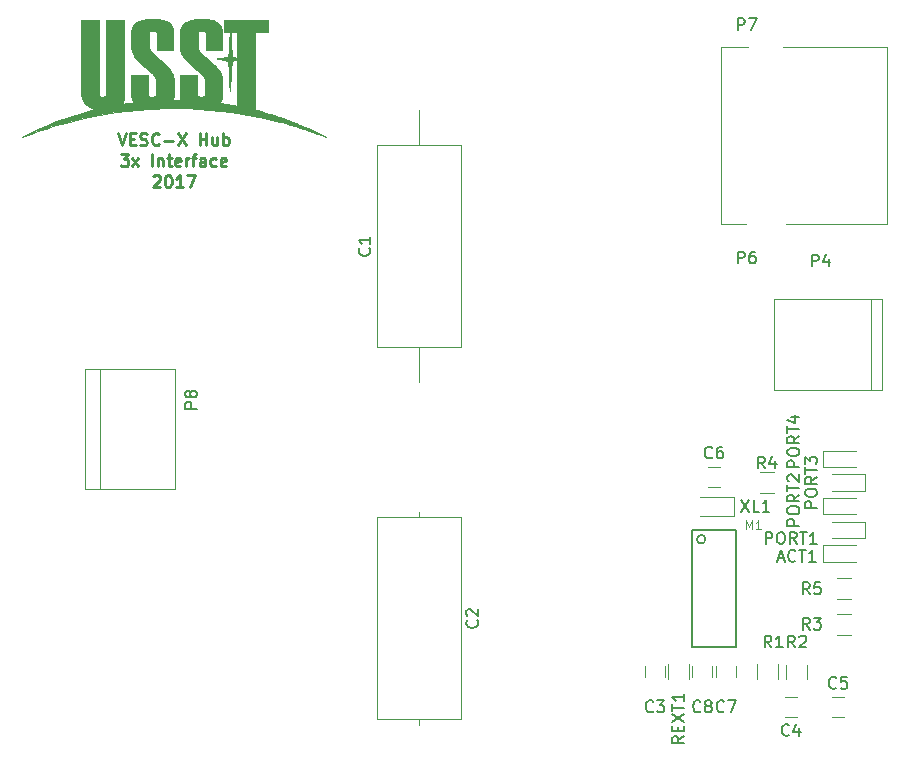
<source format=gbr>
G04 #@! TF.FileFunction,Legend,Top*
%FSLAX46Y46*%
G04 Gerber Fmt 4.6, Leading zero omitted, Abs format (unit mm)*
G04 Created by KiCad (PCBNEW 4.0.4-stable) date 05/10/17 14:11:39*
%MOMM*%
%LPD*%
G01*
G04 APERTURE LIST*
%ADD10C,0.100000*%
%ADD11C,0.254000*%
%ADD12C,0.120000*%
%ADD13C,0.203200*%
%ADD14C,0.010000*%
%ADD15C,0.150000*%
%ADD16C,0.077216*%
G04 APERTURE END LIST*
D10*
D11*
X61008667Y-63415619D02*
X61347334Y-64431619D01*
X61686000Y-63415619D01*
X62024667Y-63899429D02*
X62363333Y-63899429D01*
X62508476Y-64431619D02*
X62024667Y-64431619D01*
X62024667Y-63415619D01*
X62508476Y-63415619D01*
X62895524Y-64383238D02*
X63040667Y-64431619D01*
X63282571Y-64431619D01*
X63379333Y-64383238D01*
X63427714Y-64334857D01*
X63476095Y-64238095D01*
X63476095Y-64141333D01*
X63427714Y-64044571D01*
X63379333Y-63996190D01*
X63282571Y-63947810D01*
X63089048Y-63899429D01*
X62992286Y-63851048D01*
X62943905Y-63802667D01*
X62895524Y-63705905D01*
X62895524Y-63609143D01*
X62943905Y-63512381D01*
X62992286Y-63464000D01*
X63089048Y-63415619D01*
X63330952Y-63415619D01*
X63476095Y-63464000D01*
X64492095Y-64334857D02*
X64443714Y-64383238D01*
X64298571Y-64431619D01*
X64201809Y-64431619D01*
X64056667Y-64383238D01*
X63959905Y-64286476D01*
X63911524Y-64189714D01*
X63863143Y-63996190D01*
X63863143Y-63851048D01*
X63911524Y-63657524D01*
X63959905Y-63560762D01*
X64056667Y-63464000D01*
X64201809Y-63415619D01*
X64298571Y-63415619D01*
X64443714Y-63464000D01*
X64492095Y-63512381D01*
X64927524Y-64044571D02*
X65701619Y-64044571D01*
X66088667Y-63415619D02*
X66766000Y-64431619D01*
X66766000Y-63415619D02*
X66088667Y-64431619D01*
X67927143Y-64431619D02*
X67927143Y-63415619D01*
X67927143Y-63899429D02*
X68507714Y-63899429D01*
X68507714Y-64431619D02*
X68507714Y-63415619D01*
X69426952Y-63754286D02*
X69426952Y-64431619D01*
X68991524Y-63754286D02*
X68991524Y-64286476D01*
X69039905Y-64383238D01*
X69136667Y-64431619D01*
X69281809Y-64431619D01*
X69378571Y-64383238D01*
X69426952Y-64334857D01*
X69910762Y-64431619D02*
X69910762Y-63415619D01*
X69910762Y-63802667D02*
X70007524Y-63754286D01*
X70201047Y-63754286D01*
X70297809Y-63802667D01*
X70346190Y-63851048D01*
X70394571Y-63947810D01*
X70394571Y-64238095D01*
X70346190Y-64334857D01*
X70297809Y-64383238D01*
X70201047Y-64431619D01*
X70007524Y-64431619D01*
X69910762Y-64383238D01*
X61250573Y-65193619D02*
X61879525Y-65193619D01*
X61540859Y-65580667D01*
X61686001Y-65580667D01*
X61782763Y-65629048D01*
X61831144Y-65677429D01*
X61879525Y-65774190D01*
X61879525Y-66016095D01*
X61831144Y-66112857D01*
X61782763Y-66161238D01*
X61686001Y-66209619D01*
X61395716Y-66209619D01*
X61298954Y-66161238D01*
X61250573Y-66112857D01*
X62218192Y-66209619D02*
X62750382Y-65532286D01*
X62218192Y-65532286D02*
X62750382Y-66209619D01*
X63911525Y-66209619D02*
X63911525Y-65193619D01*
X64395335Y-65532286D02*
X64395335Y-66209619D01*
X64395335Y-65629048D02*
X64443716Y-65580667D01*
X64540478Y-65532286D01*
X64685620Y-65532286D01*
X64782382Y-65580667D01*
X64830763Y-65677429D01*
X64830763Y-66209619D01*
X65169430Y-65532286D02*
X65556478Y-65532286D01*
X65314573Y-65193619D02*
X65314573Y-66064476D01*
X65362954Y-66161238D01*
X65459716Y-66209619D01*
X65556478Y-66209619D01*
X66282191Y-66161238D02*
X66185429Y-66209619D01*
X65991906Y-66209619D01*
X65895144Y-66161238D01*
X65846763Y-66064476D01*
X65846763Y-65677429D01*
X65895144Y-65580667D01*
X65991906Y-65532286D01*
X66185429Y-65532286D01*
X66282191Y-65580667D01*
X66330572Y-65677429D01*
X66330572Y-65774190D01*
X65846763Y-65870952D01*
X66766001Y-66209619D02*
X66766001Y-65532286D01*
X66766001Y-65725810D02*
X66814382Y-65629048D01*
X66862763Y-65580667D01*
X66959525Y-65532286D01*
X67056286Y-65532286D01*
X67249810Y-65532286D02*
X67636858Y-65532286D01*
X67394953Y-66209619D02*
X67394953Y-65338762D01*
X67443334Y-65242000D01*
X67540096Y-65193619D01*
X67636858Y-65193619D01*
X68410952Y-66209619D02*
X68410952Y-65677429D01*
X68362571Y-65580667D01*
X68265809Y-65532286D01*
X68072286Y-65532286D01*
X67975524Y-65580667D01*
X68410952Y-66161238D02*
X68314190Y-66209619D01*
X68072286Y-66209619D01*
X67975524Y-66161238D01*
X67927143Y-66064476D01*
X67927143Y-65967714D01*
X67975524Y-65870952D01*
X68072286Y-65822571D01*
X68314190Y-65822571D01*
X68410952Y-65774190D01*
X69330190Y-66161238D02*
X69233428Y-66209619D01*
X69039905Y-66209619D01*
X68943143Y-66161238D01*
X68894762Y-66112857D01*
X68846381Y-66016095D01*
X68846381Y-65725810D01*
X68894762Y-65629048D01*
X68943143Y-65580667D01*
X69039905Y-65532286D01*
X69233428Y-65532286D01*
X69330190Y-65580667D01*
X70152666Y-66161238D02*
X70055904Y-66209619D01*
X69862381Y-66209619D01*
X69765619Y-66161238D01*
X69717238Y-66064476D01*
X69717238Y-65677429D01*
X69765619Y-65580667D01*
X69862381Y-65532286D01*
X70055904Y-65532286D01*
X70152666Y-65580667D01*
X70201047Y-65677429D01*
X70201047Y-65774190D01*
X69717238Y-65870952D01*
X64008286Y-67068381D02*
X64056667Y-67020000D01*
X64153429Y-66971619D01*
X64395333Y-66971619D01*
X64492095Y-67020000D01*
X64540476Y-67068381D01*
X64588857Y-67165143D01*
X64588857Y-67261905D01*
X64540476Y-67407048D01*
X63959905Y-67987619D01*
X64588857Y-67987619D01*
X65217810Y-66971619D02*
X65314571Y-66971619D01*
X65411333Y-67020000D01*
X65459714Y-67068381D01*
X65508095Y-67165143D01*
X65556476Y-67358667D01*
X65556476Y-67600571D01*
X65508095Y-67794095D01*
X65459714Y-67890857D01*
X65411333Y-67939238D01*
X65314571Y-67987619D01*
X65217810Y-67987619D01*
X65121048Y-67939238D01*
X65072667Y-67890857D01*
X65024286Y-67794095D01*
X64975905Y-67600571D01*
X64975905Y-67358667D01*
X65024286Y-67165143D01*
X65072667Y-67068381D01*
X65121048Y-67020000D01*
X65217810Y-66971619D01*
X66524095Y-67987619D02*
X65943524Y-67987619D01*
X66233810Y-67987619D02*
X66233810Y-66971619D01*
X66137048Y-67116762D01*
X66040286Y-67213524D01*
X65943524Y-67261905D01*
X66862762Y-66971619D02*
X67540095Y-66971619D01*
X67104667Y-67987619D01*
D12*
X120700000Y-98300000D02*
X120700000Y-99700000D01*
X120700000Y-99700000D02*
X123500000Y-99700000D01*
X120700000Y-98300000D02*
X123500000Y-98300000D01*
X107350000Y-109500000D02*
X107350000Y-108500000D01*
X105650000Y-108500000D02*
X105650000Y-109500000D01*
X117500000Y-112850000D02*
X118500000Y-112850000D01*
X118500000Y-111150000D02*
X117500000Y-111150000D01*
X122500000Y-111150000D02*
X121500000Y-111150000D01*
X121500000Y-112850000D02*
X122500000Y-112850000D01*
X111000000Y-93350000D02*
X112000000Y-93350000D01*
X112000000Y-91650000D02*
X111000000Y-91650000D01*
X113350000Y-109500000D02*
X113350000Y-108500000D01*
X111650000Y-108500000D02*
X111650000Y-109500000D01*
X111350000Y-109500000D02*
X111350000Y-108500000D01*
X109650000Y-108500000D02*
X109650000Y-109500000D01*
D13*
X113350000Y-97070000D02*
X113350000Y-106950000D01*
X113350000Y-97050000D02*
X109650000Y-97050000D01*
X109650000Y-97050000D02*
X109650000Y-106950000D01*
X109650000Y-106950000D02*
X113350000Y-106950000D01*
X110760553Y-97800000D02*
G75*
G03X110760553Y-97800000I-360553J0D01*
G01*
D12*
X59460000Y-93540000D02*
X59460000Y-83380000D01*
X58190000Y-93540000D02*
X65810000Y-93540000D01*
X65810000Y-93540000D02*
X65810000Y-83380000D01*
X65810000Y-83380000D02*
X58190000Y-83380000D01*
X58190000Y-83380000D02*
X58190000Y-93540000D01*
X124300000Y-97700000D02*
X124300000Y-96300000D01*
X124300000Y-96300000D02*
X121500000Y-96300000D01*
X124300000Y-97700000D02*
X121500000Y-97700000D01*
X120700000Y-94300000D02*
X120700000Y-95700000D01*
X120700000Y-95700000D02*
X123500000Y-95700000D01*
X120700000Y-94300000D02*
X123500000Y-94300000D01*
X124300000Y-93700000D02*
X124300000Y-92300000D01*
X124300000Y-92300000D02*
X121500000Y-92300000D01*
X124300000Y-93700000D02*
X121500000Y-93700000D01*
X120700000Y-90300000D02*
X120700000Y-91700000D01*
X120700000Y-91700000D02*
X123500000Y-91700000D01*
X120700000Y-90300000D02*
X123500000Y-90300000D01*
X115120000Y-109600000D02*
X115120000Y-108400000D01*
X116880000Y-108400000D02*
X116880000Y-109600000D01*
X119380000Y-108450000D02*
X119380000Y-109650000D01*
X117620000Y-109650000D02*
X117620000Y-108450000D01*
X123100000Y-105880000D02*
X121900000Y-105880000D01*
X121900000Y-104120000D02*
X123100000Y-104120000D01*
X116550000Y-93880000D02*
X115350000Y-93880000D01*
X115350000Y-92120000D02*
X116550000Y-92120000D01*
X123100000Y-102880000D02*
X121900000Y-102880000D01*
X121900000Y-101120000D02*
X123100000Y-101120000D01*
X109380000Y-108400000D02*
X109380000Y-109600000D01*
X107620000Y-109600000D02*
X107620000Y-108400000D01*
X112060000Y-56120000D02*
X114390000Y-56120000D01*
X112060000Y-71110000D02*
X114180000Y-71110000D01*
X112060000Y-56120000D02*
X112060000Y-71110000D01*
X126150000Y-56120000D02*
X126150000Y-71110000D01*
X117350000Y-56120000D02*
X126150000Y-56120000D01*
X117550000Y-71110000D02*
X126150000Y-71110000D01*
X124750000Y-85150000D02*
X124750000Y-77450000D01*
X125750000Y-85150000D02*
X125750000Y-77450000D01*
X125750000Y-77450000D02*
X116550000Y-77450000D01*
X116550000Y-77450000D02*
X116550000Y-85150000D01*
X116550000Y-85150000D02*
X125750000Y-85150000D01*
X82940000Y-81560000D02*
X90060000Y-81560000D01*
X90060000Y-81560000D02*
X90060000Y-64440000D01*
X90060000Y-64440000D02*
X82940000Y-64440000D01*
X82940000Y-64440000D02*
X82940000Y-81560000D01*
X86500000Y-84520000D02*
X86500000Y-81560000D01*
X86500000Y-61480000D02*
X86500000Y-64440000D01*
X90060000Y-95940000D02*
X82940000Y-95940000D01*
X82940000Y-95940000D02*
X82940000Y-113060000D01*
X82940000Y-113060000D02*
X90060000Y-113060000D01*
X90060000Y-113060000D02*
X90060000Y-95940000D01*
X86500000Y-95480000D02*
X86500000Y-95940000D01*
X86500000Y-113520000D02*
X86500000Y-113060000D01*
X110300000Y-95800000D02*
X113150000Y-95800000D01*
X113150000Y-95800000D02*
X113150000Y-94200000D01*
X113150000Y-94200000D02*
X110300000Y-94200000D01*
D14*
G36*
X64069861Y-53749918D02*
X64219238Y-53754198D01*
X64348197Y-53760541D01*
X64461675Y-53769496D01*
X64564609Y-53781610D01*
X64661934Y-53797430D01*
X64758588Y-53817503D01*
X64826073Y-53833767D01*
X65004338Y-53888100D01*
X65161329Y-53955876D01*
X65297583Y-54037518D01*
X65413634Y-54133452D01*
X65510019Y-54244101D01*
X65587274Y-54369890D01*
X65631861Y-54471419D01*
X65647393Y-54513898D01*
X65660778Y-54554099D01*
X65672176Y-54594224D01*
X65681744Y-54636476D01*
X65689643Y-54683054D01*
X65696031Y-54736161D01*
X65701067Y-54797997D01*
X65704911Y-54870765D01*
X65707722Y-54956665D01*
X65709658Y-55057900D01*
X65710879Y-55176669D01*
X65711544Y-55315176D01*
X65711812Y-55475621D01*
X65711848Y-55578175D01*
X65711900Y-56337000D01*
X64340300Y-56337000D01*
X64340300Y-55628490D01*
X64340299Y-54919981D01*
X64311725Y-54863315D01*
X64271936Y-54812127D01*
X64211739Y-54774129D01*
X64132691Y-54749759D01*
X64036349Y-54739451D01*
X63924271Y-54743644D01*
X63895822Y-54746780D01*
X63816394Y-54759974D01*
X63757349Y-54778632D01*
X63713865Y-54805068D01*
X63681121Y-54841594D01*
X63673550Y-54853397D01*
X63667837Y-54863702D01*
X63663052Y-54875497D01*
X63659111Y-54890986D01*
X63655933Y-54912372D01*
X63653436Y-54941857D01*
X63651539Y-54981644D01*
X63650158Y-55033936D01*
X63649213Y-55100936D01*
X63648622Y-55184846D01*
X63648302Y-55287870D01*
X63648172Y-55412211D01*
X63648150Y-55536900D01*
X63648186Y-55689291D01*
X63648456Y-55818619D01*
X63649199Y-55927217D01*
X63650654Y-56017423D01*
X63653059Y-56091571D01*
X63656655Y-56151997D01*
X63661681Y-56201037D01*
X63668376Y-56241027D01*
X63676980Y-56274302D01*
X63687730Y-56303197D01*
X63700868Y-56330049D01*
X63716632Y-56357193D01*
X63735239Y-56386929D01*
X63757739Y-56421249D01*
X63781924Y-56455081D01*
X63809267Y-56489845D01*
X63841242Y-56526959D01*
X63879321Y-56567845D01*
X63924979Y-56613922D01*
X63979687Y-56666609D01*
X64044920Y-56727328D01*
X64122151Y-56797496D01*
X64212853Y-56878534D01*
X64318498Y-56971863D01*
X64440561Y-57078901D01*
X64575250Y-57196479D01*
X64746895Y-57347852D01*
X64899200Y-57486087D01*
X65033564Y-57612711D01*
X65151385Y-57729250D01*
X65254061Y-57837232D01*
X65342991Y-57938184D01*
X65419573Y-58033633D01*
X65485206Y-58125107D01*
X65541289Y-58214131D01*
X65589219Y-58302233D01*
X65590856Y-58305500D01*
X65625427Y-58378424D01*
X65655337Y-58450705D01*
X65680866Y-58524659D01*
X65702296Y-58602600D01*
X65719907Y-58686842D01*
X65733978Y-58779702D01*
X65744791Y-58883493D01*
X65752626Y-59000531D01*
X65757763Y-59133130D01*
X65760484Y-59283606D01*
X65761067Y-59454273D01*
X65759795Y-59647445D01*
X65759268Y-59695462D01*
X65757253Y-59845539D01*
X65754849Y-59973028D01*
X65751831Y-60080744D01*
X65747976Y-60171500D01*
X65743058Y-60248108D01*
X65736853Y-60313381D01*
X65729138Y-60370132D01*
X65719687Y-60421175D01*
X65708278Y-60469322D01*
X65694684Y-60517385D01*
X65693393Y-60521650D01*
X65682405Y-60559378D01*
X65675343Y-60586724D01*
X65673937Y-60594675D01*
X65686044Y-60597227D01*
X65720222Y-60599520D01*
X65773143Y-60601460D01*
X65841478Y-60602950D01*
X65921900Y-60603895D01*
X66004855Y-60604200D01*
X66105112Y-60604104D01*
X66182752Y-60603690D01*
X66240556Y-60602767D01*
X66281309Y-60601144D01*
X66307791Y-60598630D01*
X66322786Y-60595034D01*
X66329077Y-60590166D01*
X66329444Y-60583834D01*
X66328929Y-60581975D01*
X66305048Y-60495744D01*
X66283101Y-60398118D01*
X66265797Y-60302050D01*
X66257855Y-60242250D01*
X66255703Y-60209237D01*
X66253666Y-60153387D01*
X66251778Y-60077262D01*
X66250075Y-59983426D01*
X66248590Y-59874441D01*
X66247358Y-59752869D01*
X66246414Y-59621274D01*
X66245791Y-59482217D01*
X66245525Y-59338263D01*
X66245520Y-59324675D01*
X66245300Y-58521400D01*
X67679867Y-58521400D01*
X67683308Y-59356425D01*
X67683925Y-59527190D01*
X67684430Y-59674411D01*
X67685066Y-59799940D01*
X67686080Y-59905630D01*
X67687715Y-59993335D01*
X67690216Y-60064907D01*
X67693827Y-60122199D01*
X67698795Y-60167065D01*
X67705362Y-60201356D01*
X67713774Y-60226926D01*
X67724276Y-60245629D01*
X67737112Y-60259316D01*
X67752527Y-60269841D01*
X67770766Y-60279056D01*
X67792072Y-60288816D01*
X67807400Y-60296187D01*
X67840169Y-60311547D01*
X67869606Y-60321624D01*
X67902487Y-60327515D01*
X67945589Y-60330317D01*
X68005688Y-60331129D01*
X68023300Y-60331150D01*
X68114316Y-60328517D01*
X68185420Y-60319634D01*
X68241645Y-60303021D01*
X68288028Y-60277201D01*
X68328935Y-60241381D01*
X68372550Y-60196377D01*
X68372550Y-58857950D01*
X68327034Y-58762700D01*
X68301322Y-58712737D01*
X68271552Y-58663018D01*
X68236263Y-58612045D01*
X68193991Y-58558324D01*
X68143273Y-58500357D01*
X68082646Y-58436648D01*
X68010647Y-58365702D01*
X67925813Y-58286022D01*
X67826681Y-58196112D01*
X67711788Y-58094476D01*
X67579672Y-57979618D01*
X67464221Y-57880314D01*
X67289288Y-57728659D01*
X67134153Y-57590442D01*
X66997745Y-57464620D01*
X66878993Y-57350152D01*
X66776828Y-57245993D01*
X66690179Y-57151102D01*
X66617975Y-57064436D01*
X66592400Y-57031174D01*
X66516521Y-56921769D01*
X66445619Y-56804135D01*
X66383673Y-56685585D01*
X66334659Y-56573434D01*
X66317359Y-56525430D01*
X66304181Y-56484359D01*
X66292886Y-56445138D01*
X66283331Y-56405498D01*
X66275372Y-56363168D01*
X66268868Y-56315878D01*
X66263676Y-56261356D01*
X66259653Y-56197334D01*
X66256656Y-56121539D01*
X66254544Y-56031703D01*
X66253173Y-55925554D01*
X66252401Y-55800823D01*
X66252086Y-55655238D01*
X66252084Y-55486529D01*
X66252084Y-55486100D01*
X66252518Y-54755850D01*
X66286193Y-54632357D01*
X66340450Y-54476598D01*
X66414036Y-54337089D01*
X66507385Y-54213299D01*
X66620929Y-54104701D01*
X66755104Y-54010764D01*
X66829500Y-53969419D01*
X66922713Y-53925242D01*
X67020262Y-53887065D01*
X67126312Y-53853729D01*
X67245026Y-53824075D01*
X67380567Y-53796944D01*
X67537099Y-53771177D01*
X67547050Y-53769679D01*
X67608858Y-53762976D01*
X67691543Y-53757802D01*
X67790630Y-53754128D01*
X67901643Y-53751931D01*
X68020105Y-53751183D01*
X68141542Y-53751858D01*
X68261478Y-53753931D01*
X68375438Y-53757375D01*
X68478946Y-53762164D01*
X68567525Y-53768273D01*
X68636702Y-53775675D01*
X68639250Y-53776033D01*
X68847636Y-53812870D01*
X69033829Y-53861160D01*
X69198514Y-53921321D01*
X69342377Y-53993772D01*
X69466104Y-54078935D01*
X69570380Y-54177227D01*
X69655890Y-54289069D01*
X69723321Y-54414880D01*
X69737149Y-54447849D01*
X69752815Y-54487473D01*
X69766325Y-54523470D01*
X69777852Y-54558003D01*
X69787568Y-54593236D01*
X69795643Y-54631335D01*
X69802250Y-54674463D01*
X69807560Y-54724785D01*
X69811745Y-54784465D01*
X69814977Y-54855667D01*
X69817427Y-54940555D01*
X69819267Y-55041293D01*
X69820669Y-55160047D01*
X69821805Y-55298980D01*
X69822845Y-55460256D01*
X69823286Y-55533724D01*
X69828087Y-56336999D01*
X69141593Y-56336999D01*
X68455100Y-56337000D01*
X68455100Y-55629809D01*
X68455075Y-55477786D01*
X68454951Y-55349043D01*
X68454657Y-55241458D01*
X68454117Y-55152913D01*
X68453259Y-55081285D01*
X68452009Y-55024455D01*
X68450295Y-54980302D01*
X68448043Y-54946706D01*
X68445180Y-54921546D01*
X68441633Y-54902701D01*
X68437328Y-54888052D01*
X68432193Y-54875478D01*
X68428798Y-54868288D01*
X68398698Y-54821906D01*
X68357303Y-54788243D01*
X68300137Y-54764741D01*
X68222723Y-54748840D01*
X68218870Y-54748287D01*
X68101425Y-54739299D01*
X67994602Y-54746394D01*
X67902610Y-54769188D01*
X67877639Y-54779437D01*
X67853199Y-54790367D01*
X67832494Y-54800355D01*
X67815217Y-54811479D01*
X67801058Y-54825814D01*
X67789707Y-54845437D01*
X67780857Y-54872423D01*
X67774197Y-54908849D01*
X67769418Y-54956790D01*
X67766211Y-55018324D01*
X67764267Y-55095525D01*
X67763277Y-55190471D01*
X67762932Y-55305237D01*
X67762922Y-55441899D01*
X67762950Y-55549600D01*
X67762967Y-55695175D01*
X67763080Y-55817618D01*
X67763378Y-55919199D01*
X67763953Y-56002185D01*
X67764894Y-56068845D01*
X67766293Y-56121448D01*
X67768239Y-56162263D01*
X67770823Y-56193557D01*
X67774135Y-56217599D01*
X67778267Y-56236658D01*
X67783308Y-56253003D01*
X67789348Y-56268901D01*
X67791883Y-56275193D01*
X67814006Y-56321500D01*
X67845261Y-56376660D01*
X67879239Y-56429436D01*
X67882394Y-56433943D01*
X67902658Y-56462239D01*
X67922750Y-56489044D01*
X67944046Y-56515645D01*
X67967926Y-56543332D01*
X67995769Y-56573395D01*
X68028953Y-56607123D01*
X68068857Y-56645805D01*
X68116860Y-56690730D01*
X68174340Y-56743188D01*
X68242677Y-56804467D01*
X68323248Y-56875858D01*
X68417432Y-56958650D01*
X68526609Y-57054131D01*
X68652156Y-57163591D01*
X68795453Y-57288319D01*
X68803644Y-57295445D01*
X68878331Y-57361800D01*
X68963803Y-57439992D01*
X69053190Y-57523595D01*
X69139625Y-57606184D01*
X69216238Y-57681333D01*
X69217702Y-57682795D01*
X69358431Y-57829061D01*
X69478201Y-57966502D01*
X69578640Y-58097908D01*
X69661376Y-58226070D01*
X69728040Y-58353779D01*
X69780259Y-58483826D01*
X69819663Y-58619001D01*
X69847880Y-58762096D01*
X69847974Y-58762700D01*
X69853300Y-58799645D01*
X69857748Y-58838106D01*
X69861397Y-58880679D01*
X69864322Y-58929960D01*
X69866600Y-58988544D01*
X69868308Y-59059028D01*
X69869521Y-59144005D01*
X69870316Y-59246073D01*
X69870770Y-59367827D01*
X69870958Y-59511863D01*
X69870971Y-59543750D01*
X69870825Y-59707900D01*
X69870179Y-59849079D01*
X69868869Y-59969711D01*
X69866732Y-60072223D01*
X69863605Y-60159041D01*
X69859325Y-60232589D01*
X69853728Y-60295295D01*
X69846651Y-60349583D01*
X69837931Y-60397880D01*
X69827404Y-60442611D01*
X69814908Y-60486202D01*
X69805578Y-60515300D01*
X69755704Y-60637959D01*
X69686016Y-60762596D01*
X69658183Y-60805117D01*
X69638122Y-60836500D01*
X69626605Y-60857988D01*
X69625450Y-60863537D01*
X69638735Y-60866239D01*
X69673613Y-60871889D01*
X69726519Y-60879950D01*
X69793889Y-60889885D01*
X69872155Y-60901156D01*
X69921950Y-60908209D01*
X70010159Y-60921103D01*
X70117244Y-60937525D01*
X70237084Y-60956492D01*
X70363558Y-60977017D01*
X70490545Y-60998117D01*
X70611925Y-61018806D01*
X70644204Y-61024414D01*
X70746049Y-61042105D01*
X70840300Y-61058312D01*
X70923944Y-61072529D01*
X70993970Y-61084251D01*
X71047364Y-61092973D01*
X71081115Y-61098189D01*
X71091879Y-61099500D01*
X71094261Y-61096482D01*
X71096425Y-61086689D01*
X71098379Y-61069015D01*
X71100135Y-61042350D01*
X71101701Y-61005588D01*
X71103088Y-60957620D01*
X71104306Y-60897339D01*
X71105365Y-60823637D01*
X71106275Y-60735407D01*
X71107045Y-60631540D01*
X71107686Y-60510929D01*
X71108209Y-60372466D01*
X71108622Y-60215043D01*
X71108935Y-60037553D01*
X71109160Y-59838888D01*
X71109305Y-59617939D01*
X71109382Y-59373601D01*
X71109400Y-59156717D01*
X71109399Y-57213935D01*
X71074475Y-57219555D01*
X71049623Y-57222980D01*
X71005079Y-57228571D01*
X70946392Y-57235651D01*
X70879110Y-57243544D01*
X70852429Y-57246617D01*
X70665308Y-57268059D01*
X70659019Y-57307354D01*
X70657203Y-57326488D01*
X70654033Y-57368785D01*
X70649650Y-57432054D01*
X70644195Y-57514103D01*
X70637809Y-57612739D01*
X70630633Y-57725769D01*
X70622809Y-57851003D01*
X70614477Y-57986248D01*
X70605780Y-58129311D01*
X70601289Y-58203900D01*
X70585713Y-58461873D01*
X70571423Y-58695156D01*
X70558372Y-58904423D01*
X70546512Y-59090350D01*
X70535796Y-59253610D01*
X70526176Y-59394880D01*
X70517604Y-59514833D01*
X70510033Y-59614144D01*
X70503416Y-59693489D01*
X70497706Y-59753541D01*
X70492854Y-59794975D01*
X70488813Y-59818467D01*
X70487345Y-59823150D01*
X70480420Y-59833514D01*
X70476646Y-59823182D01*
X70475136Y-59791400D01*
X70474043Y-59759102D01*
X70471669Y-59707288D01*
X70468306Y-59641791D01*
X70464250Y-59568446D01*
X70461701Y-59524700D01*
X70458495Y-59467270D01*
X70454224Y-59385005D01*
X70448912Y-59278448D01*
X70442586Y-59148140D01*
X70435270Y-58994623D01*
X70426990Y-58818439D01*
X70417771Y-58620129D01*
X70407638Y-58400237D01*
X70396618Y-58159302D01*
X70384735Y-57897869D01*
X70372015Y-57616477D01*
X70364683Y-57453667D01*
X70356358Y-57268584D01*
X69872454Y-57188106D01*
X69764623Y-57170007D01*
X69664660Y-57152911D01*
X69575339Y-57137315D01*
X69499432Y-57123718D01*
X69439710Y-57112618D01*
X69398948Y-57104512D01*
X69379917Y-57099900D01*
X69378955Y-57099434D01*
X69388098Y-57095489D01*
X69419883Y-57089091D01*
X69471709Y-57080595D01*
X69540975Y-57070353D01*
X69625077Y-57058720D01*
X69721415Y-57046049D01*
X69827386Y-57032693D01*
X69940388Y-57019005D01*
X70057821Y-57005340D01*
X70136395Y-56996516D01*
X70207313Y-56988393D01*
X70268998Y-56980801D01*
X70317202Y-56974305D01*
X70347680Y-56969471D01*
X70356404Y-56967228D01*
X70358232Y-56953830D01*
X70361348Y-56917522D01*
X70365589Y-56860756D01*
X70370787Y-56785981D01*
X70376779Y-56695647D01*
X70383397Y-56592204D01*
X70390477Y-56478101D01*
X70397853Y-56355788D01*
X70398892Y-56338283D01*
X70407341Y-56196259D01*
X70416313Y-56046574D01*
X70425499Y-55894279D01*
X70434593Y-55744428D01*
X70443287Y-55602074D01*
X70451275Y-55472268D01*
X70458250Y-55360063D01*
X70461458Y-55309025D01*
X70467758Y-55207915D01*
X70473497Y-55113153D01*
X70478477Y-55028197D01*
X70482503Y-54956505D01*
X70485377Y-54901536D01*
X70486903Y-54866747D01*
X70487100Y-54858074D01*
X70487100Y-54813000D01*
X70572069Y-54813000D01*
X70580366Y-55038425D01*
X70584288Y-55141501D01*
X70588996Y-55259365D01*
X70594358Y-55389147D01*
X70600244Y-55527980D01*
X70606523Y-55672996D01*
X70613063Y-55821325D01*
X70619735Y-55970101D01*
X70626407Y-56116454D01*
X70632950Y-56257516D01*
X70639231Y-56390420D01*
X70645120Y-56512296D01*
X70650487Y-56620278D01*
X70655200Y-56711496D01*
X70659129Y-56783082D01*
X70662144Y-56832168D01*
X70662153Y-56832300D01*
X70671250Y-56965650D01*
X70861750Y-56999245D01*
X70930426Y-57011119D01*
X70992051Y-57021334D01*
X71041437Y-57029063D01*
X71073399Y-57033479D01*
X71080825Y-57034170D01*
X71109400Y-57035500D01*
X71109400Y-54813000D01*
X70572069Y-54813000D01*
X70487100Y-54813000D01*
X70017200Y-54813000D01*
X70017200Y-53822400D01*
X73687500Y-53822400D01*
X73687500Y-54812724D01*
X72614350Y-54819350D01*
X72607952Y-61441408D01*
X72655601Y-61453879D01*
X72690431Y-61462859D01*
X72740526Y-61475608D01*
X72796507Y-61489743D01*
X72811200Y-61493433D01*
X73151891Y-61582528D01*
X73510247Y-61683077D01*
X73882022Y-61793683D01*
X74262970Y-61912948D01*
X74648847Y-62039478D01*
X75035406Y-62171874D01*
X75418403Y-62308741D01*
X75793593Y-62448681D01*
X76156730Y-62590297D01*
X76210211Y-62611724D01*
X76420554Y-62697577D01*
X76639766Y-62789433D01*
X76864547Y-62885790D01*
X77091595Y-62985148D01*
X77317612Y-63086007D01*
X77539296Y-63186868D01*
X77753346Y-63286229D01*
X77956463Y-63382591D01*
X78145346Y-63474453D01*
X78316694Y-63560316D01*
X78453294Y-63631279D01*
X78519659Y-63667237D01*
X78571403Y-63696788D01*
X78607021Y-63718905D01*
X78625012Y-63732561D01*
X78623873Y-63736729D01*
X78602101Y-63730382D01*
X78593600Y-63727165D01*
X78259475Y-63599747D01*
X77907445Y-63470115D01*
X77542345Y-63339884D01*
X77169010Y-63210669D01*
X76792276Y-63084085D01*
X76416976Y-62961746D01*
X76047946Y-62845268D01*
X75690021Y-62736264D01*
X75348035Y-62636351D01*
X75215951Y-62599059D01*
X74306390Y-62358197D01*
X73391365Y-62142089D01*
X72471292Y-61950780D01*
X71546583Y-61784314D01*
X70617652Y-61642734D01*
X69684913Y-61526084D01*
X68748780Y-61434408D01*
X67809666Y-61367749D01*
X66867984Y-61326153D01*
X65924149Y-61309661D01*
X64978574Y-61318319D01*
X64031672Y-61352171D01*
X63648150Y-61373043D01*
X62717166Y-61441226D01*
X61788084Y-61534228D01*
X60861974Y-61651865D01*
X59939905Y-61793956D01*
X59022945Y-61960316D01*
X58112165Y-62150763D01*
X57208632Y-62365114D01*
X56313417Y-62603184D01*
X56082035Y-62668980D01*
X55779846Y-62757962D01*
X55464767Y-62854288D01*
X55142108Y-62956203D01*
X54817178Y-63061952D01*
X54495286Y-63169777D01*
X54181741Y-63277924D01*
X53881854Y-63384636D01*
X53600932Y-63488157D01*
X53570700Y-63499545D01*
X53434566Y-63550682D01*
X53309132Y-63597280D01*
X53196102Y-63638735D01*
X53097183Y-63674440D01*
X53014079Y-63703791D01*
X52948495Y-63726183D01*
X52902136Y-63741011D01*
X52876707Y-63747670D01*
X52872200Y-63747426D01*
X52883343Y-63738384D01*
X52915324Y-63719660D01*
X52965966Y-63692319D01*
X53033092Y-63657428D01*
X53114527Y-63616054D01*
X53208095Y-63569265D01*
X53311619Y-63518126D01*
X53422924Y-63463704D01*
X53539833Y-63407066D01*
X53660170Y-63349280D01*
X53781759Y-63291410D01*
X53902424Y-63234526D01*
X54019990Y-63179692D01*
X54132279Y-63127976D01*
X54182520Y-63105092D01*
X54713055Y-62871179D01*
X55253417Y-62646109D01*
X55799984Y-62431162D01*
X56349134Y-62227619D01*
X56897247Y-62036760D01*
X57440700Y-61859866D01*
X57975872Y-61698217D01*
X58499142Y-61553092D01*
X58768175Y-61483873D01*
X58849655Y-61463157D01*
X58922237Y-61444050D01*
X58982507Y-61427505D01*
X59027052Y-61414474D01*
X59052457Y-61405911D01*
X59057100Y-61403257D01*
X59045990Y-61395503D01*
X59016423Y-61382196D01*
X58974046Y-61365800D01*
X58958675Y-61360294D01*
X58861071Y-61322224D01*
X58755121Y-61274557D01*
X58650096Y-61221836D01*
X58555269Y-61168608D01*
X58511000Y-61140880D01*
X58363165Y-61032701D01*
X58237997Y-60916601D01*
X58133238Y-60789555D01*
X58046630Y-60648540D01*
X57975917Y-60490532D01*
X57934981Y-60369250D01*
X57908334Y-60280350D01*
X57904698Y-57051374D01*
X57901062Y-53822399D01*
X58644181Y-53822399D01*
X59387300Y-53822400D01*
X59389285Y-54568525D01*
X59389499Y-54659917D01*
X59389719Y-54774935D01*
X59389945Y-54911808D01*
X59390173Y-55068760D01*
X59390403Y-55244019D01*
X59390632Y-55435812D01*
X59390859Y-55642364D01*
X59391082Y-55861904D01*
X59391299Y-56092657D01*
X59391509Y-56332850D01*
X59391709Y-56580710D01*
X59391898Y-56834464D01*
X59392075Y-57092338D01*
X59392237Y-57352559D01*
X59392383Y-57613354D01*
X59392460Y-57765750D01*
X59392633Y-58013614D01*
X59392905Y-58254803D01*
X59393271Y-58488077D01*
X59393724Y-58712199D01*
X59394258Y-58925931D01*
X59394869Y-59128036D01*
X59395550Y-59317276D01*
X59396295Y-59492412D01*
X59397099Y-59652207D01*
X59397955Y-59795423D01*
X59398858Y-59920822D01*
X59399803Y-60027167D01*
X59400783Y-60113219D01*
X59401793Y-60177742D01*
X59402826Y-60219496D01*
X59403878Y-60237244D01*
X59404012Y-60237716D01*
X59420368Y-60253354D01*
X59453051Y-60273926D01*
X59492912Y-60293995D01*
X59587410Y-60324935D01*
X59687628Y-60337197D01*
X59787569Y-60331199D01*
X59881234Y-60307359D01*
X59962625Y-60266096D01*
X59970294Y-60260713D01*
X60024619Y-60221360D01*
X60022178Y-58383955D01*
X60021878Y-58139239D01*
X60021609Y-57881963D01*
X60021373Y-57615351D01*
X60021170Y-57342627D01*
X60021003Y-57067016D01*
X60020871Y-56791743D01*
X60020777Y-56520031D01*
X60020721Y-56255105D01*
X60020704Y-56000191D01*
X60020728Y-55758512D01*
X60020795Y-55533292D01*
X60020904Y-55327756D01*
X60021018Y-55184475D01*
X60022300Y-53822400D01*
X61521406Y-53822400D01*
X61517345Y-57172025D01*
X61516941Y-57520265D01*
X61516590Y-57844045D01*
X61516269Y-58144304D01*
X61515957Y-58421982D01*
X61515632Y-58678018D01*
X61515271Y-58913353D01*
X61514853Y-59128924D01*
X61514355Y-59325673D01*
X61513756Y-59504539D01*
X61513034Y-59666461D01*
X61512167Y-59812378D01*
X61511133Y-59943231D01*
X61509909Y-60059959D01*
X61508474Y-60163501D01*
X61506806Y-60254798D01*
X61504882Y-60334787D01*
X61502682Y-60404411D01*
X61500182Y-60464607D01*
X61497361Y-60516315D01*
X61494198Y-60560475D01*
X61490669Y-60598026D01*
X61486753Y-60629909D01*
X61482428Y-60657062D01*
X61477672Y-60680426D01*
X61472463Y-60700939D01*
X61466779Y-60719541D01*
X61460598Y-60737172D01*
X61453899Y-60754772D01*
X61446658Y-60773279D01*
X61438854Y-60793635D01*
X61432194Y-60811874D01*
X61415568Y-60861282D01*
X61403871Y-60901190D01*
X61398657Y-60925986D01*
X61399110Y-60931143D01*
X61412928Y-60931141D01*
X61448736Y-60927839D01*
X61503394Y-60921618D01*
X61573760Y-60912861D01*
X61656693Y-60901949D01*
X61749051Y-60889265D01*
X61784102Y-60884324D01*
X61884352Y-60870297D01*
X61981022Y-60857145D01*
X62069964Y-60845402D01*
X62147033Y-60835606D01*
X62208082Y-60828291D01*
X62248966Y-60823994D01*
X62254325Y-60823546D01*
X62298962Y-60819126D01*
X62331653Y-60814035D01*
X62346105Y-60809287D01*
X62346316Y-60808741D01*
X62339756Y-60794129D01*
X62323727Y-60768123D01*
X62320244Y-60762950D01*
X62277639Y-60691869D01*
X62235932Y-60607352D01*
X62200470Y-60520969D01*
X62181273Y-60462226D01*
X62171640Y-60424058D01*
X62163270Y-60381843D01*
X62156081Y-60333657D01*
X62149989Y-60277580D01*
X62144911Y-60211688D01*
X62140765Y-60134058D01*
X62137467Y-60042767D01*
X62134934Y-59935894D01*
X62133084Y-59811516D01*
X62131833Y-59667709D01*
X62131099Y-59502551D01*
X62130798Y-59314121D01*
X62130788Y-59292925D01*
X62130500Y-58521400D01*
X63565600Y-58521400D01*
X63565600Y-59334607D01*
X63565690Y-59504759D01*
X63565985Y-59651246D01*
X63566521Y-59775803D01*
X63567331Y-59880163D01*
X63568451Y-59966062D01*
X63569917Y-60035234D01*
X63571763Y-60089413D01*
X63574024Y-60130334D01*
X63576737Y-60159731D01*
X63579935Y-60179339D01*
X63582923Y-60189275D01*
X63619964Y-60245629D01*
X63677859Y-60289124D01*
X63755196Y-60319129D01*
X63850565Y-60335010D01*
X63913146Y-60337500D01*
X64016305Y-60330466D01*
X64104378Y-60310009D01*
X64175181Y-60277092D01*
X64226524Y-60232681D01*
X64252812Y-60187735D01*
X64255044Y-60169422D01*
X64257117Y-60128289D01*
X64258986Y-60066917D01*
X64260609Y-59987886D01*
X64261943Y-59893778D01*
X64262945Y-59787171D01*
X64263570Y-59670647D01*
X64263776Y-59546786D01*
X64263772Y-59533398D01*
X64263670Y-59391201D01*
X64263462Y-59272027D01*
X64263052Y-59173497D01*
X64262344Y-59093233D01*
X64261240Y-59028859D01*
X64259644Y-58977996D01*
X64257460Y-58938266D01*
X64254592Y-58907291D01*
X64250943Y-58882694D01*
X64246416Y-58862097D01*
X64240915Y-58843123D01*
X64235051Y-58825465D01*
X64214633Y-58772027D01*
X64189404Y-58719046D01*
X64158039Y-58665117D01*
X64119212Y-58608839D01*
X64071598Y-58548807D01*
X64013871Y-58483617D01*
X63944706Y-58411868D01*
X63862776Y-58332155D01*
X63766756Y-58243075D01*
X63655321Y-58143224D01*
X63527145Y-58031200D01*
X63380902Y-57905598D01*
X63305674Y-57841582D01*
X63136614Y-57696248D01*
X62986965Y-57563502D01*
X62855153Y-57441616D01*
X62739608Y-57328863D01*
X62638755Y-57223518D01*
X62551023Y-57123852D01*
X62474840Y-57028140D01*
X62408633Y-56934653D01*
X62350830Y-56841666D01*
X62299859Y-56747452D01*
X62288411Y-56724350D01*
X62252926Y-56649855D01*
X62224184Y-56584238D01*
X62201355Y-56523359D01*
X62183610Y-56463083D01*
X62170121Y-56399271D01*
X62160059Y-56327786D01*
X62152594Y-56244489D01*
X62146899Y-56145245D01*
X62142143Y-56025914D01*
X62140848Y-55987750D01*
X62137877Y-55876667D01*
X62135601Y-55747595D01*
X62134076Y-55607935D01*
X62133359Y-55465088D01*
X62133506Y-55326457D01*
X62134574Y-55199444D01*
X62134734Y-55187650D01*
X62136968Y-55052723D01*
X62139866Y-54939865D01*
X62143933Y-54845742D01*
X62149676Y-54767023D01*
X62157602Y-54700376D01*
X62168218Y-54642470D01*
X62182031Y-54589972D01*
X62199546Y-54539551D01*
X62221271Y-54487874D01*
X62247712Y-54431611D01*
X62250613Y-54425650D01*
X62320464Y-54303666D01*
X62404690Y-54196350D01*
X62505250Y-54102165D01*
X62624101Y-54019575D01*
X62763197Y-53947042D01*
X62924497Y-53883030D01*
X62954459Y-53872820D01*
X63089430Y-53832739D01*
X63230809Y-53800849D01*
X63381814Y-53776796D01*
X63545661Y-53760224D01*
X63725566Y-53750781D01*
X63924746Y-53748110D01*
X64069861Y-53749918D01*
X64069861Y-53749918D01*
G37*
X64069861Y-53749918D02*
X64219238Y-53754198D01*
X64348197Y-53760541D01*
X64461675Y-53769496D01*
X64564609Y-53781610D01*
X64661934Y-53797430D01*
X64758588Y-53817503D01*
X64826073Y-53833767D01*
X65004338Y-53888100D01*
X65161329Y-53955876D01*
X65297583Y-54037518D01*
X65413634Y-54133452D01*
X65510019Y-54244101D01*
X65587274Y-54369890D01*
X65631861Y-54471419D01*
X65647393Y-54513898D01*
X65660778Y-54554099D01*
X65672176Y-54594224D01*
X65681744Y-54636476D01*
X65689643Y-54683054D01*
X65696031Y-54736161D01*
X65701067Y-54797997D01*
X65704911Y-54870765D01*
X65707722Y-54956665D01*
X65709658Y-55057900D01*
X65710879Y-55176669D01*
X65711544Y-55315176D01*
X65711812Y-55475621D01*
X65711848Y-55578175D01*
X65711900Y-56337000D01*
X64340300Y-56337000D01*
X64340300Y-55628490D01*
X64340299Y-54919981D01*
X64311725Y-54863315D01*
X64271936Y-54812127D01*
X64211739Y-54774129D01*
X64132691Y-54749759D01*
X64036349Y-54739451D01*
X63924271Y-54743644D01*
X63895822Y-54746780D01*
X63816394Y-54759974D01*
X63757349Y-54778632D01*
X63713865Y-54805068D01*
X63681121Y-54841594D01*
X63673550Y-54853397D01*
X63667837Y-54863702D01*
X63663052Y-54875497D01*
X63659111Y-54890986D01*
X63655933Y-54912372D01*
X63653436Y-54941857D01*
X63651539Y-54981644D01*
X63650158Y-55033936D01*
X63649213Y-55100936D01*
X63648622Y-55184846D01*
X63648302Y-55287870D01*
X63648172Y-55412211D01*
X63648150Y-55536900D01*
X63648186Y-55689291D01*
X63648456Y-55818619D01*
X63649199Y-55927217D01*
X63650654Y-56017423D01*
X63653059Y-56091571D01*
X63656655Y-56151997D01*
X63661681Y-56201037D01*
X63668376Y-56241027D01*
X63676980Y-56274302D01*
X63687730Y-56303197D01*
X63700868Y-56330049D01*
X63716632Y-56357193D01*
X63735239Y-56386929D01*
X63757739Y-56421249D01*
X63781924Y-56455081D01*
X63809267Y-56489845D01*
X63841242Y-56526959D01*
X63879321Y-56567845D01*
X63924979Y-56613922D01*
X63979687Y-56666609D01*
X64044920Y-56727328D01*
X64122151Y-56797496D01*
X64212853Y-56878534D01*
X64318498Y-56971863D01*
X64440561Y-57078901D01*
X64575250Y-57196479D01*
X64746895Y-57347852D01*
X64899200Y-57486087D01*
X65033564Y-57612711D01*
X65151385Y-57729250D01*
X65254061Y-57837232D01*
X65342991Y-57938184D01*
X65419573Y-58033633D01*
X65485206Y-58125107D01*
X65541289Y-58214131D01*
X65589219Y-58302233D01*
X65590856Y-58305500D01*
X65625427Y-58378424D01*
X65655337Y-58450705D01*
X65680866Y-58524659D01*
X65702296Y-58602600D01*
X65719907Y-58686842D01*
X65733978Y-58779702D01*
X65744791Y-58883493D01*
X65752626Y-59000531D01*
X65757763Y-59133130D01*
X65760484Y-59283606D01*
X65761067Y-59454273D01*
X65759795Y-59647445D01*
X65759268Y-59695462D01*
X65757253Y-59845539D01*
X65754849Y-59973028D01*
X65751831Y-60080744D01*
X65747976Y-60171500D01*
X65743058Y-60248108D01*
X65736853Y-60313381D01*
X65729138Y-60370132D01*
X65719687Y-60421175D01*
X65708278Y-60469322D01*
X65694684Y-60517385D01*
X65693393Y-60521650D01*
X65682405Y-60559378D01*
X65675343Y-60586724D01*
X65673937Y-60594675D01*
X65686044Y-60597227D01*
X65720222Y-60599520D01*
X65773143Y-60601460D01*
X65841478Y-60602950D01*
X65921900Y-60603895D01*
X66004855Y-60604200D01*
X66105112Y-60604104D01*
X66182752Y-60603690D01*
X66240556Y-60602767D01*
X66281309Y-60601144D01*
X66307791Y-60598630D01*
X66322786Y-60595034D01*
X66329077Y-60590166D01*
X66329444Y-60583834D01*
X66328929Y-60581975D01*
X66305048Y-60495744D01*
X66283101Y-60398118D01*
X66265797Y-60302050D01*
X66257855Y-60242250D01*
X66255703Y-60209237D01*
X66253666Y-60153387D01*
X66251778Y-60077262D01*
X66250075Y-59983426D01*
X66248590Y-59874441D01*
X66247358Y-59752869D01*
X66246414Y-59621274D01*
X66245791Y-59482217D01*
X66245525Y-59338263D01*
X66245520Y-59324675D01*
X66245300Y-58521400D01*
X67679867Y-58521400D01*
X67683308Y-59356425D01*
X67683925Y-59527190D01*
X67684430Y-59674411D01*
X67685066Y-59799940D01*
X67686080Y-59905630D01*
X67687715Y-59993335D01*
X67690216Y-60064907D01*
X67693827Y-60122199D01*
X67698795Y-60167065D01*
X67705362Y-60201356D01*
X67713774Y-60226926D01*
X67724276Y-60245629D01*
X67737112Y-60259316D01*
X67752527Y-60269841D01*
X67770766Y-60279056D01*
X67792072Y-60288816D01*
X67807400Y-60296187D01*
X67840169Y-60311547D01*
X67869606Y-60321624D01*
X67902487Y-60327515D01*
X67945589Y-60330317D01*
X68005688Y-60331129D01*
X68023300Y-60331150D01*
X68114316Y-60328517D01*
X68185420Y-60319634D01*
X68241645Y-60303021D01*
X68288028Y-60277201D01*
X68328935Y-60241381D01*
X68372550Y-60196377D01*
X68372550Y-58857950D01*
X68327034Y-58762700D01*
X68301322Y-58712737D01*
X68271552Y-58663018D01*
X68236263Y-58612045D01*
X68193991Y-58558324D01*
X68143273Y-58500357D01*
X68082646Y-58436648D01*
X68010647Y-58365702D01*
X67925813Y-58286022D01*
X67826681Y-58196112D01*
X67711788Y-58094476D01*
X67579672Y-57979618D01*
X67464221Y-57880314D01*
X67289288Y-57728659D01*
X67134153Y-57590442D01*
X66997745Y-57464620D01*
X66878993Y-57350152D01*
X66776828Y-57245993D01*
X66690179Y-57151102D01*
X66617975Y-57064436D01*
X66592400Y-57031174D01*
X66516521Y-56921769D01*
X66445619Y-56804135D01*
X66383673Y-56685585D01*
X66334659Y-56573434D01*
X66317359Y-56525430D01*
X66304181Y-56484359D01*
X66292886Y-56445138D01*
X66283331Y-56405498D01*
X66275372Y-56363168D01*
X66268868Y-56315878D01*
X66263676Y-56261356D01*
X66259653Y-56197334D01*
X66256656Y-56121539D01*
X66254544Y-56031703D01*
X66253173Y-55925554D01*
X66252401Y-55800823D01*
X66252086Y-55655238D01*
X66252084Y-55486529D01*
X66252084Y-55486100D01*
X66252518Y-54755850D01*
X66286193Y-54632357D01*
X66340450Y-54476598D01*
X66414036Y-54337089D01*
X66507385Y-54213299D01*
X66620929Y-54104701D01*
X66755104Y-54010764D01*
X66829500Y-53969419D01*
X66922713Y-53925242D01*
X67020262Y-53887065D01*
X67126312Y-53853729D01*
X67245026Y-53824075D01*
X67380567Y-53796944D01*
X67537099Y-53771177D01*
X67547050Y-53769679D01*
X67608858Y-53762976D01*
X67691543Y-53757802D01*
X67790630Y-53754128D01*
X67901643Y-53751931D01*
X68020105Y-53751183D01*
X68141542Y-53751858D01*
X68261478Y-53753931D01*
X68375438Y-53757375D01*
X68478946Y-53762164D01*
X68567525Y-53768273D01*
X68636702Y-53775675D01*
X68639250Y-53776033D01*
X68847636Y-53812870D01*
X69033829Y-53861160D01*
X69198514Y-53921321D01*
X69342377Y-53993772D01*
X69466104Y-54078935D01*
X69570380Y-54177227D01*
X69655890Y-54289069D01*
X69723321Y-54414880D01*
X69737149Y-54447849D01*
X69752815Y-54487473D01*
X69766325Y-54523470D01*
X69777852Y-54558003D01*
X69787568Y-54593236D01*
X69795643Y-54631335D01*
X69802250Y-54674463D01*
X69807560Y-54724785D01*
X69811745Y-54784465D01*
X69814977Y-54855667D01*
X69817427Y-54940555D01*
X69819267Y-55041293D01*
X69820669Y-55160047D01*
X69821805Y-55298980D01*
X69822845Y-55460256D01*
X69823286Y-55533724D01*
X69828087Y-56336999D01*
X69141593Y-56336999D01*
X68455100Y-56337000D01*
X68455100Y-55629809D01*
X68455075Y-55477786D01*
X68454951Y-55349043D01*
X68454657Y-55241458D01*
X68454117Y-55152913D01*
X68453259Y-55081285D01*
X68452009Y-55024455D01*
X68450295Y-54980302D01*
X68448043Y-54946706D01*
X68445180Y-54921546D01*
X68441633Y-54902701D01*
X68437328Y-54888052D01*
X68432193Y-54875478D01*
X68428798Y-54868288D01*
X68398698Y-54821906D01*
X68357303Y-54788243D01*
X68300137Y-54764741D01*
X68222723Y-54748840D01*
X68218870Y-54748287D01*
X68101425Y-54739299D01*
X67994602Y-54746394D01*
X67902610Y-54769188D01*
X67877639Y-54779437D01*
X67853199Y-54790367D01*
X67832494Y-54800355D01*
X67815217Y-54811479D01*
X67801058Y-54825814D01*
X67789707Y-54845437D01*
X67780857Y-54872423D01*
X67774197Y-54908849D01*
X67769418Y-54956790D01*
X67766211Y-55018324D01*
X67764267Y-55095525D01*
X67763277Y-55190471D01*
X67762932Y-55305237D01*
X67762922Y-55441899D01*
X67762950Y-55549600D01*
X67762967Y-55695175D01*
X67763080Y-55817618D01*
X67763378Y-55919199D01*
X67763953Y-56002185D01*
X67764894Y-56068845D01*
X67766293Y-56121448D01*
X67768239Y-56162263D01*
X67770823Y-56193557D01*
X67774135Y-56217599D01*
X67778267Y-56236658D01*
X67783308Y-56253003D01*
X67789348Y-56268901D01*
X67791883Y-56275193D01*
X67814006Y-56321500D01*
X67845261Y-56376660D01*
X67879239Y-56429436D01*
X67882394Y-56433943D01*
X67902658Y-56462239D01*
X67922750Y-56489044D01*
X67944046Y-56515645D01*
X67967926Y-56543332D01*
X67995769Y-56573395D01*
X68028953Y-56607123D01*
X68068857Y-56645805D01*
X68116860Y-56690730D01*
X68174340Y-56743188D01*
X68242677Y-56804467D01*
X68323248Y-56875858D01*
X68417432Y-56958650D01*
X68526609Y-57054131D01*
X68652156Y-57163591D01*
X68795453Y-57288319D01*
X68803644Y-57295445D01*
X68878331Y-57361800D01*
X68963803Y-57439992D01*
X69053190Y-57523595D01*
X69139625Y-57606184D01*
X69216238Y-57681333D01*
X69217702Y-57682795D01*
X69358431Y-57829061D01*
X69478201Y-57966502D01*
X69578640Y-58097908D01*
X69661376Y-58226070D01*
X69728040Y-58353779D01*
X69780259Y-58483826D01*
X69819663Y-58619001D01*
X69847880Y-58762096D01*
X69847974Y-58762700D01*
X69853300Y-58799645D01*
X69857748Y-58838106D01*
X69861397Y-58880679D01*
X69864322Y-58929960D01*
X69866600Y-58988544D01*
X69868308Y-59059028D01*
X69869521Y-59144005D01*
X69870316Y-59246073D01*
X69870770Y-59367827D01*
X69870958Y-59511863D01*
X69870971Y-59543750D01*
X69870825Y-59707900D01*
X69870179Y-59849079D01*
X69868869Y-59969711D01*
X69866732Y-60072223D01*
X69863605Y-60159041D01*
X69859325Y-60232589D01*
X69853728Y-60295295D01*
X69846651Y-60349583D01*
X69837931Y-60397880D01*
X69827404Y-60442611D01*
X69814908Y-60486202D01*
X69805578Y-60515300D01*
X69755704Y-60637959D01*
X69686016Y-60762596D01*
X69658183Y-60805117D01*
X69638122Y-60836500D01*
X69626605Y-60857988D01*
X69625450Y-60863537D01*
X69638735Y-60866239D01*
X69673613Y-60871889D01*
X69726519Y-60879950D01*
X69793889Y-60889885D01*
X69872155Y-60901156D01*
X69921950Y-60908209D01*
X70010159Y-60921103D01*
X70117244Y-60937525D01*
X70237084Y-60956492D01*
X70363558Y-60977017D01*
X70490545Y-60998117D01*
X70611925Y-61018806D01*
X70644204Y-61024414D01*
X70746049Y-61042105D01*
X70840300Y-61058312D01*
X70923944Y-61072529D01*
X70993970Y-61084251D01*
X71047364Y-61092973D01*
X71081115Y-61098189D01*
X71091879Y-61099500D01*
X71094261Y-61096482D01*
X71096425Y-61086689D01*
X71098379Y-61069015D01*
X71100135Y-61042350D01*
X71101701Y-61005588D01*
X71103088Y-60957620D01*
X71104306Y-60897339D01*
X71105365Y-60823637D01*
X71106275Y-60735407D01*
X71107045Y-60631540D01*
X71107686Y-60510929D01*
X71108209Y-60372466D01*
X71108622Y-60215043D01*
X71108935Y-60037553D01*
X71109160Y-59838888D01*
X71109305Y-59617939D01*
X71109382Y-59373601D01*
X71109400Y-59156717D01*
X71109399Y-57213935D01*
X71074475Y-57219555D01*
X71049623Y-57222980D01*
X71005079Y-57228571D01*
X70946392Y-57235651D01*
X70879110Y-57243544D01*
X70852429Y-57246617D01*
X70665308Y-57268059D01*
X70659019Y-57307354D01*
X70657203Y-57326488D01*
X70654033Y-57368785D01*
X70649650Y-57432054D01*
X70644195Y-57514103D01*
X70637809Y-57612739D01*
X70630633Y-57725769D01*
X70622809Y-57851003D01*
X70614477Y-57986248D01*
X70605780Y-58129311D01*
X70601289Y-58203900D01*
X70585713Y-58461873D01*
X70571423Y-58695156D01*
X70558372Y-58904423D01*
X70546512Y-59090350D01*
X70535796Y-59253610D01*
X70526176Y-59394880D01*
X70517604Y-59514833D01*
X70510033Y-59614144D01*
X70503416Y-59693489D01*
X70497706Y-59753541D01*
X70492854Y-59794975D01*
X70488813Y-59818467D01*
X70487345Y-59823150D01*
X70480420Y-59833514D01*
X70476646Y-59823182D01*
X70475136Y-59791400D01*
X70474043Y-59759102D01*
X70471669Y-59707288D01*
X70468306Y-59641791D01*
X70464250Y-59568446D01*
X70461701Y-59524700D01*
X70458495Y-59467270D01*
X70454224Y-59385005D01*
X70448912Y-59278448D01*
X70442586Y-59148140D01*
X70435270Y-58994623D01*
X70426990Y-58818439D01*
X70417771Y-58620129D01*
X70407638Y-58400237D01*
X70396618Y-58159302D01*
X70384735Y-57897869D01*
X70372015Y-57616477D01*
X70364683Y-57453667D01*
X70356358Y-57268584D01*
X69872454Y-57188106D01*
X69764623Y-57170007D01*
X69664660Y-57152911D01*
X69575339Y-57137315D01*
X69499432Y-57123718D01*
X69439710Y-57112618D01*
X69398948Y-57104512D01*
X69379917Y-57099900D01*
X69378955Y-57099434D01*
X69388098Y-57095489D01*
X69419883Y-57089091D01*
X69471709Y-57080595D01*
X69540975Y-57070353D01*
X69625077Y-57058720D01*
X69721415Y-57046049D01*
X69827386Y-57032693D01*
X69940388Y-57019005D01*
X70057821Y-57005340D01*
X70136395Y-56996516D01*
X70207313Y-56988393D01*
X70268998Y-56980801D01*
X70317202Y-56974305D01*
X70347680Y-56969471D01*
X70356404Y-56967228D01*
X70358232Y-56953830D01*
X70361348Y-56917522D01*
X70365589Y-56860756D01*
X70370787Y-56785981D01*
X70376779Y-56695647D01*
X70383397Y-56592204D01*
X70390477Y-56478101D01*
X70397853Y-56355788D01*
X70398892Y-56338283D01*
X70407341Y-56196259D01*
X70416313Y-56046574D01*
X70425499Y-55894279D01*
X70434593Y-55744428D01*
X70443287Y-55602074D01*
X70451275Y-55472268D01*
X70458250Y-55360063D01*
X70461458Y-55309025D01*
X70467758Y-55207915D01*
X70473497Y-55113153D01*
X70478477Y-55028197D01*
X70482503Y-54956505D01*
X70485377Y-54901536D01*
X70486903Y-54866747D01*
X70487100Y-54858074D01*
X70487100Y-54813000D01*
X70572069Y-54813000D01*
X70580366Y-55038425D01*
X70584288Y-55141501D01*
X70588996Y-55259365D01*
X70594358Y-55389147D01*
X70600244Y-55527980D01*
X70606523Y-55672996D01*
X70613063Y-55821325D01*
X70619735Y-55970101D01*
X70626407Y-56116454D01*
X70632950Y-56257516D01*
X70639231Y-56390420D01*
X70645120Y-56512296D01*
X70650487Y-56620278D01*
X70655200Y-56711496D01*
X70659129Y-56783082D01*
X70662144Y-56832168D01*
X70662153Y-56832300D01*
X70671250Y-56965650D01*
X70861750Y-56999245D01*
X70930426Y-57011119D01*
X70992051Y-57021334D01*
X71041437Y-57029063D01*
X71073399Y-57033479D01*
X71080825Y-57034170D01*
X71109400Y-57035500D01*
X71109400Y-54813000D01*
X70572069Y-54813000D01*
X70487100Y-54813000D01*
X70017200Y-54813000D01*
X70017200Y-53822400D01*
X73687500Y-53822400D01*
X73687500Y-54812724D01*
X72614350Y-54819350D01*
X72607952Y-61441408D01*
X72655601Y-61453879D01*
X72690431Y-61462859D01*
X72740526Y-61475608D01*
X72796507Y-61489743D01*
X72811200Y-61493433D01*
X73151891Y-61582528D01*
X73510247Y-61683077D01*
X73882022Y-61793683D01*
X74262970Y-61912948D01*
X74648847Y-62039478D01*
X75035406Y-62171874D01*
X75418403Y-62308741D01*
X75793593Y-62448681D01*
X76156730Y-62590297D01*
X76210211Y-62611724D01*
X76420554Y-62697577D01*
X76639766Y-62789433D01*
X76864547Y-62885790D01*
X77091595Y-62985148D01*
X77317612Y-63086007D01*
X77539296Y-63186868D01*
X77753346Y-63286229D01*
X77956463Y-63382591D01*
X78145346Y-63474453D01*
X78316694Y-63560316D01*
X78453294Y-63631279D01*
X78519659Y-63667237D01*
X78571403Y-63696788D01*
X78607021Y-63718905D01*
X78625012Y-63732561D01*
X78623873Y-63736729D01*
X78602101Y-63730382D01*
X78593600Y-63727165D01*
X78259475Y-63599747D01*
X77907445Y-63470115D01*
X77542345Y-63339884D01*
X77169010Y-63210669D01*
X76792276Y-63084085D01*
X76416976Y-62961746D01*
X76047946Y-62845268D01*
X75690021Y-62736264D01*
X75348035Y-62636351D01*
X75215951Y-62599059D01*
X74306390Y-62358197D01*
X73391365Y-62142089D01*
X72471292Y-61950780D01*
X71546583Y-61784314D01*
X70617652Y-61642734D01*
X69684913Y-61526084D01*
X68748780Y-61434408D01*
X67809666Y-61367749D01*
X66867984Y-61326153D01*
X65924149Y-61309661D01*
X64978574Y-61318319D01*
X64031672Y-61352171D01*
X63648150Y-61373043D01*
X62717166Y-61441226D01*
X61788084Y-61534228D01*
X60861974Y-61651865D01*
X59939905Y-61793956D01*
X59022945Y-61960316D01*
X58112165Y-62150763D01*
X57208632Y-62365114D01*
X56313417Y-62603184D01*
X56082035Y-62668980D01*
X55779846Y-62757962D01*
X55464767Y-62854288D01*
X55142108Y-62956203D01*
X54817178Y-63061952D01*
X54495286Y-63169777D01*
X54181741Y-63277924D01*
X53881854Y-63384636D01*
X53600932Y-63488157D01*
X53570700Y-63499545D01*
X53434566Y-63550682D01*
X53309132Y-63597280D01*
X53196102Y-63638735D01*
X53097183Y-63674440D01*
X53014079Y-63703791D01*
X52948495Y-63726183D01*
X52902136Y-63741011D01*
X52876707Y-63747670D01*
X52872200Y-63747426D01*
X52883343Y-63738384D01*
X52915324Y-63719660D01*
X52965966Y-63692319D01*
X53033092Y-63657428D01*
X53114527Y-63616054D01*
X53208095Y-63569265D01*
X53311619Y-63518126D01*
X53422924Y-63463704D01*
X53539833Y-63407066D01*
X53660170Y-63349280D01*
X53781759Y-63291410D01*
X53902424Y-63234526D01*
X54019990Y-63179692D01*
X54132279Y-63127976D01*
X54182520Y-63105092D01*
X54713055Y-62871179D01*
X55253417Y-62646109D01*
X55799984Y-62431162D01*
X56349134Y-62227619D01*
X56897247Y-62036760D01*
X57440700Y-61859866D01*
X57975872Y-61698217D01*
X58499142Y-61553092D01*
X58768175Y-61483873D01*
X58849655Y-61463157D01*
X58922237Y-61444050D01*
X58982507Y-61427505D01*
X59027052Y-61414474D01*
X59052457Y-61405911D01*
X59057100Y-61403257D01*
X59045990Y-61395503D01*
X59016423Y-61382196D01*
X58974046Y-61365800D01*
X58958675Y-61360294D01*
X58861071Y-61322224D01*
X58755121Y-61274557D01*
X58650096Y-61221836D01*
X58555269Y-61168608D01*
X58511000Y-61140880D01*
X58363165Y-61032701D01*
X58237997Y-60916601D01*
X58133238Y-60789555D01*
X58046630Y-60648540D01*
X57975917Y-60490532D01*
X57934981Y-60369250D01*
X57908334Y-60280350D01*
X57904698Y-57051374D01*
X57901062Y-53822399D01*
X58644181Y-53822399D01*
X59387300Y-53822400D01*
X59389285Y-54568525D01*
X59389499Y-54659917D01*
X59389719Y-54774935D01*
X59389945Y-54911808D01*
X59390173Y-55068760D01*
X59390403Y-55244019D01*
X59390632Y-55435812D01*
X59390859Y-55642364D01*
X59391082Y-55861904D01*
X59391299Y-56092657D01*
X59391509Y-56332850D01*
X59391709Y-56580710D01*
X59391898Y-56834464D01*
X59392075Y-57092338D01*
X59392237Y-57352559D01*
X59392383Y-57613354D01*
X59392460Y-57765750D01*
X59392633Y-58013614D01*
X59392905Y-58254803D01*
X59393271Y-58488077D01*
X59393724Y-58712199D01*
X59394258Y-58925931D01*
X59394869Y-59128036D01*
X59395550Y-59317276D01*
X59396295Y-59492412D01*
X59397099Y-59652207D01*
X59397955Y-59795423D01*
X59398858Y-59920822D01*
X59399803Y-60027167D01*
X59400783Y-60113219D01*
X59401793Y-60177742D01*
X59402826Y-60219496D01*
X59403878Y-60237244D01*
X59404012Y-60237716D01*
X59420368Y-60253354D01*
X59453051Y-60273926D01*
X59492912Y-60293995D01*
X59587410Y-60324935D01*
X59687628Y-60337197D01*
X59787569Y-60331199D01*
X59881234Y-60307359D01*
X59962625Y-60266096D01*
X59970294Y-60260713D01*
X60024619Y-60221360D01*
X60022178Y-58383955D01*
X60021878Y-58139239D01*
X60021609Y-57881963D01*
X60021373Y-57615351D01*
X60021170Y-57342627D01*
X60021003Y-57067016D01*
X60020871Y-56791743D01*
X60020777Y-56520031D01*
X60020721Y-56255105D01*
X60020704Y-56000191D01*
X60020728Y-55758512D01*
X60020795Y-55533292D01*
X60020904Y-55327756D01*
X60021018Y-55184475D01*
X60022300Y-53822400D01*
X61521406Y-53822400D01*
X61517345Y-57172025D01*
X61516941Y-57520265D01*
X61516590Y-57844045D01*
X61516269Y-58144304D01*
X61515957Y-58421982D01*
X61515632Y-58678018D01*
X61515271Y-58913353D01*
X61514853Y-59128924D01*
X61514355Y-59325673D01*
X61513756Y-59504539D01*
X61513034Y-59666461D01*
X61512167Y-59812378D01*
X61511133Y-59943231D01*
X61509909Y-60059959D01*
X61508474Y-60163501D01*
X61506806Y-60254798D01*
X61504882Y-60334787D01*
X61502682Y-60404411D01*
X61500182Y-60464607D01*
X61497361Y-60516315D01*
X61494198Y-60560475D01*
X61490669Y-60598026D01*
X61486753Y-60629909D01*
X61482428Y-60657062D01*
X61477672Y-60680426D01*
X61472463Y-60700939D01*
X61466779Y-60719541D01*
X61460598Y-60737172D01*
X61453899Y-60754772D01*
X61446658Y-60773279D01*
X61438854Y-60793635D01*
X61432194Y-60811874D01*
X61415568Y-60861282D01*
X61403871Y-60901190D01*
X61398657Y-60925986D01*
X61399110Y-60931143D01*
X61412928Y-60931141D01*
X61448736Y-60927839D01*
X61503394Y-60921618D01*
X61573760Y-60912861D01*
X61656693Y-60901949D01*
X61749051Y-60889265D01*
X61784102Y-60884324D01*
X61884352Y-60870297D01*
X61981022Y-60857145D01*
X62069964Y-60845402D01*
X62147033Y-60835606D01*
X62208082Y-60828291D01*
X62248966Y-60823994D01*
X62254325Y-60823546D01*
X62298962Y-60819126D01*
X62331653Y-60814035D01*
X62346105Y-60809287D01*
X62346316Y-60808741D01*
X62339756Y-60794129D01*
X62323727Y-60768123D01*
X62320244Y-60762950D01*
X62277639Y-60691869D01*
X62235932Y-60607352D01*
X62200470Y-60520969D01*
X62181273Y-60462226D01*
X62171640Y-60424058D01*
X62163270Y-60381843D01*
X62156081Y-60333657D01*
X62149989Y-60277580D01*
X62144911Y-60211688D01*
X62140765Y-60134058D01*
X62137467Y-60042767D01*
X62134934Y-59935894D01*
X62133084Y-59811516D01*
X62131833Y-59667709D01*
X62131099Y-59502551D01*
X62130798Y-59314121D01*
X62130788Y-59292925D01*
X62130500Y-58521400D01*
X63565600Y-58521400D01*
X63565600Y-59334607D01*
X63565690Y-59504759D01*
X63565985Y-59651246D01*
X63566521Y-59775803D01*
X63567331Y-59880163D01*
X63568451Y-59966062D01*
X63569917Y-60035234D01*
X63571763Y-60089413D01*
X63574024Y-60130334D01*
X63576737Y-60159731D01*
X63579935Y-60179339D01*
X63582923Y-60189275D01*
X63619964Y-60245629D01*
X63677859Y-60289124D01*
X63755196Y-60319129D01*
X63850565Y-60335010D01*
X63913146Y-60337500D01*
X64016305Y-60330466D01*
X64104378Y-60310009D01*
X64175181Y-60277092D01*
X64226524Y-60232681D01*
X64252812Y-60187735D01*
X64255044Y-60169422D01*
X64257117Y-60128289D01*
X64258986Y-60066917D01*
X64260609Y-59987886D01*
X64261943Y-59893778D01*
X64262945Y-59787171D01*
X64263570Y-59670647D01*
X64263776Y-59546786D01*
X64263772Y-59533398D01*
X64263670Y-59391201D01*
X64263462Y-59272027D01*
X64263052Y-59173497D01*
X64262344Y-59093233D01*
X64261240Y-59028859D01*
X64259644Y-58977996D01*
X64257460Y-58938266D01*
X64254592Y-58907291D01*
X64250943Y-58882694D01*
X64246416Y-58862097D01*
X64240915Y-58843123D01*
X64235051Y-58825465D01*
X64214633Y-58772027D01*
X64189404Y-58719046D01*
X64158039Y-58665117D01*
X64119212Y-58608839D01*
X64071598Y-58548807D01*
X64013871Y-58483617D01*
X63944706Y-58411868D01*
X63862776Y-58332155D01*
X63766756Y-58243075D01*
X63655321Y-58143224D01*
X63527145Y-58031200D01*
X63380902Y-57905598D01*
X63305674Y-57841582D01*
X63136614Y-57696248D01*
X62986965Y-57563502D01*
X62855153Y-57441616D01*
X62739608Y-57328863D01*
X62638755Y-57223518D01*
X62551023Y-57123852D01*
X62474840Y-57028140D01*
X62408633Y-56934653D01*
X62350830Y-56841666D01*
X62299859Y-56747452D01*
X62288411Y-56724350D01*
X62252926Y-56649855D01*
X62224184Y-56584238D01*
X62201355Y-56523359D01*
X62183610Y-56463083D01*
X62170121Y-56399271D01*
X62160059Y-56327786D01*
X62152594Y-56244489D01*
X62146899Y-56145245D01*
X62142143Y-56025914D01*
X62140848Y-55987750D01*
X62137877Y-55876667D01*
X62135601Y-55747595D01*
X62134076Y-55607935D01*
X62133359Y-55465088D01*
X62133506Y-55326457D01*
X62134574Y-55199444D01*
X62134734Y-55187650D01*
X62136968Y-55052723D01*
X62139866Y-54939865D01*
X62143933Y-54845742D01*
X62149676Y-54767023D01*
X62157602Y-54700376D01*
X62168218Y-54642470D01*
X62182031Y-54589972D01*
X62199546Y-54539551D01*
X62221271Y-54487874D01*
X62247712Y-54431611D01*
X62250613Y-54425650D01*
X62320464Y-54303666D01*
X62404690Y-54196350D01*
X62505250Y-54102165D01*
X62624101Y-54019575D01*
X62763197Y-53947042D01*
X62924497Y-53883030D01*
X62954459Y-53872820D01*
X63089430Y-53832739D01*
X63230809Y-53800849D01*
X63381814Y-53776796D01*
X63545661Y-53760224D01*
X63725566Y-53750781D01*
X63924746Y-53748110D01*
X64069861Y-53749918D01*
D15*
X116904762Y-99416667D02*
X117380953Y-99416667D01*
X116809524Y-99702381D02*
X117142857Y-98702381D01*
X117476191Y-99702381D01*
X118380953Y-99607143D02*
X118333334Y-99654762D01*
X118190477Y-99702381D01*
X118095239Y-99702381D01*
X117952381Y-99654762D01*
X117857143Y-99559524D01*
X117809524Y-99464286D01*
X117761905Y-99273810D01*
X117761905Y-99130952D01*
X117809524Y-98940476D01*
X117857143Y-98845238D01*
X117952381Y-98750000D01*
X118095239Y-98702381D01*
X118190477Y-98702381D01*
X118333334Y-98750000D01*
X118380953Y-98797619D01*
X118666667Y-98702381D02*
X119238096Y-98702381D01*
X118952381Y-99702381D02*
X118952381Y-98702381D01*
X120095239Y-99702381D02*
X119523810Y-99702381D01*
X119809524Y-99702381D02*
X119809524Y-98702381D01*
X119714286Y-98845238D01*
X119619048Y-98940476D01*
X119523810Y-98988095D01*
X106333334Y-112357143D02*
X106285715Y-112404762D01*
X106142858Y-112452381D01*
X106047620Y-112452381D01*
X105904762Y-112404762D01*
X105809524Y-112309524D01*
X105761905Y-112214286D01*
X105714286Y-112023810D01*
X105714286Y-111880952D01*
X105761905Y-111690476D01*
X105809524Y-111595238D01*
X105904762Y-111500000D01*
X106047620Y-111452381D01*
X106142858Y-111452381D01*
X106285715Y-111500000D01*
X106333334Y-111547619D01*
X106666667Y-111452381D02*
X107285715Y-111452381D01*
X106952381Y-111833333D01*
X107095239Y-111833333D01*
X107190477Y-111880952D01*
X107238096Y-111928571D01*
X107285715Y-112023810D01*
X107285715Y-112261905D01*
X107238096Y-112357143D01*
X107190477Y-112404762D01*
X107095239Y-112452381D01*
X106809524Y-112452381D01*
X106714286Y-112404762D01*
X106666667Y-112357143D01*
X117833334Y-114357143D02*
X117785715Y-114404762D01*
X117642858Y-114452381D01*
X117547620Y-114452381D01*
X117404762Y-114404762D01*
X117309524Y-114309524D01*
X117261905Y-114214286D01*
X117214286Y-114023810D01*
X117214286Y-113880952D01*
X117261905Y-113690476D01*
X117309524Y-113595238D01*
X117404762Y-113500000D01*
X117547620Y-113452381D01*
X117642858Y-113452381D01*
X117785715Y-113500000D01*
X117833334Y-113547619D01*
X118690477Y-113785714D02*
X118690477Y-114452381D01*
X118452381Y-113404762D02*
X118214286Y-114119048D01*
X118833334Y-114119048D01*
X121833334Y-110357143D02*
X121785715Y-110404762D01*
X121642858Y-110452381D01*
X121547620Y-110452381D01*
X121404762Y-110404762D01*
X121309524Y-110309524D01*
X121261905Y-110214286D01*
X121214286Y-110023810D01*
X121214286Y-109880952D01*
X121261905Y-109690476D01*
X121309524Y-109595238D01*
X121404762Y-109500000D01*
X121547620Y-109452381D01*
X121642858Y-109452381D01*
X121785715Y-109500000D01*
X121833334Y-109547619D01*
X122738096Y-109452381D02*
X122261905Y-109452381D01*
X122214286Y-109928571D01*
X122261905Y-109880952D01*
X122357143Y-109833333D01*
X122595239Y-109833333D01*
X122690477Y-109880952D01*
X122738096Y-109928571D01*
X122785715Y-110023810D01*
X122785715Y-110261905D01*
X122738096Y-110357143D01*
X122690477Y-110404762D01*
X122595239Y-110452381D01*
X122357143Y-110452381D01*
X122261905Y-110404762D01*
X122214286Y-110357143D01*
X111333334Y-90857143D02*
X111285715Y-90904762D01*
X111142858Y-90952381D01*
X111047620Y-90952381D01*
X110904762Y-90904762D01*
X110809524Y-90809524D01*
X110761905Y-90714286D01*
X110714286Y-90523810D01*
X110714286Y-90380952D01*
X110761905Y-90190476D01*
X110809524Y-90095238D01*
X110904762Y-90000000D01*
X111047620Y-89952381D01*
X111142858Y-89952381D01*
X111285715Y-90000000D01*
X111333334Y-90047619D01*
X112190477Y-89952381D02*
X112000000Y-89952381D01*
X111904762Y-90000000D01*
X111857143Y-90047619D01*
X111761905Y-90190476D01*
X111714286Y-90380952D01*
X111714286Y-90761905D01*
X111761905Y-90857143D01*
X111809524Y-90904762D01*
X111904762Y-90952381D01*
X112095239Y-90952381D01*
X112190477Y-90904762D01*
X112238096Y-90857143D01*
X112285715Y-90761905D01*
X112285715Y-90523810D01*
X112238096Y-90428571D01*
X112190477Y-90380952D01*
X112095239Y-90333333D01*
X111904762Y-90333333D01*
X111809524Y-90380952D01*
X111761905Y-90428571D01*
X111714286Y-90523810D01*
X112333334Y-112357143D02*
X112285715Y-112404762D01*
X112142858Y-112452381D01*
X112047620Y-112452381D01*
X111904762Y-112404762D01*
X111809524Y-112309524D01*
X111761905Y-112214286D01*
X111714286Y-112023810D01*
X111714286Y-111880952D01*
X111761905Y-111690476D01*
X111809524Y-111595238D01*
X111904762Y-111500000D01*
X112047620Y-111452381D01*
X112142858Y-111452381D01*
X112285715Y-111500000D01*
X112333334Y-111547619D01*
X112666667Y-111452381D02*
X113333334Y-111452381D01*
X112904762Y-112452381D01*
X110333334Y-112357143D02*
X110285715Y-112404762D01*
X110142858Y-112452381D01*
X110047620Y-112452381D01*
X109904762Y-112404762D01*
X109809524Y-112309524D01*
X109761905Y-112214286D01*
X109714286Y-112023810D01*
X109714286Y-111880952D01*
X109761905Y-111690476D01*
X109809524Y-111595238D01*
X109904762Y-111500000D01*
X110047620Y-111452381D01*
X110142858Y-111452381D01*
X110285715Y-111500000D01*
X110333334Y-111547619D01*
X110904762Y-111880952D02*
X110809524Y-111833333D01*
X110761905Y-111785714D01*
X110714286Y-111690476D01*
X110714286Y-111642857D01*
X110761905Y-111547619D01*
X110809524Y-111500000D01*
X110904762Y-111452381D01*
X111095239Y-111452381D01*
X111190477Y-111500000D01*
X111238096Y-111547619D01*
X111285715Y-111642857D01*
X111285715Y-111690476D01*
X111238096Y-111785714D01*
X111190477Y-111833333D01*
X111095239Y-111880952D01*
X110904762Y-111880952D01*
X110809524Y-111928571D01*
X110761905Y-111976190D01*
X110714286Y-112071429D01*
X110714286Y-112261905D01*
X110761905Y-112357143D01*
X110809524Y-112404762D01*
X110904762Y-112452381D01*
X111095239Y-112452381D01*
X111190477Y-112404762D01*
X111238096Y-112357143D01*
X111285715Y-112261905D01*
X111285715Y-112071429D01*
X111238096Y-111976190D01*
X111190477Y-111928571D01*
X111095239Y-111880952D01*
D16*
X114183848Y-96963230D02*
X114183848Y-96191070D01*
X114441234Y-96742613D01*
X114698621Y-96191070D01*
X114698621Y-96963230D01*
X115470781Y-96963230D02*
X115029547Y-96963230D01*
X115250164Y-96963230D02*
X115250164Y-96191070D01*
X115176625Y-96301379D01*
X115103086Y-96374918D01*
X115029547Y-96411688D01*
D15*
X67702381Y-86738095D02*
X66702381Y-86738095D01*
X66702381Y-86357142D01*
X66750000Y-86261904D01*
X66797619Y-86214285D01*
X66892857Y-86166666D01*
X67035714Y-86166666D01*
X67130952Y-86214285D01*
X67178571Y-86261904D01*
X67226190Y-86357142D01*
X67226190Y-86738095D01*
X67130952Y-85595238D02*
X67083333Y-85690476D01*
X67035714Y-85738095D01*
X66940476Y-85785714D01*
X66892857Y-85785714D01*
X66797619Y-85738095D01*
X66750000Y-85690476D01*
X66702381Y-85595238D01*
X66702381Y-85404761D01*
X66750000Y-85309523D01*
X66797619Y-85261904D01*
X66892857Y-85214285D01*
X66940476Y-85214285D01*
X67035714Y-85261904D01*
X67083333Y-85309523D01*
X67130952Y-85404761D01*
X67130952Y-85595238D01*
X67178571Y-85690476D01*
X67226190Y-85738095D01*
X67321429Y-85785714D01*
X67511905Y-85785714D01*
X67607143Y-85738095D01*
X67654762Y-85690476D01*
X67702381Y-85595238D01*
X67702381Y-85404761D01*
X67654762Y-85309523D01*
X67607143Y-85261904D01*
X67511905Y-85214285D01*
X67321429Y-85214285D01*
X67226190Y-85261904D01*
X67178571Y-85309523D01*
X67130952Y-85404761D01*
X115857143Y-98202381D02*
X115857143Y-97202381D01*
X116238096Y-97202381D01*
X116333334Y-97250000D01*
X116380953Y-97297619D01*
X116428572Y-97392857D01*
X116428572Y-97535714D01*
X116380953Y-97630952D01*
X116333334Y-97678571D01*
X116238096Y-97726190D01*
X115857143Y-97726190D01*
X117047619Y-97202381D02*
X117238096Y-97202381D01*
X117333334Y-97250000D01*
X117428572Y-97345238D01*
X117476191Y-97535714D01*
X117476191Y-97869048D01*
X117428572Y-98059524D01*
X117333334Y-98154762D01*
X117238096Y-98202381D01*
X117047619Y-98202381D01*
X116952381Y-98154762D01*
X116857143Y-98059524D01*
X116809524Y-97869048D01*
X116809524Y-97535714D01*
X116857143Y-97345238D01*
X116952381Y-97250000D01*
X117047619Y-97202381D01*
X118476191Y-98202381D02*
X118142857Y-97726190D01*
X117904762Y-98202381D02*
X117904762Y-97202381D01*
X118285715Y-97202381D01*
X118380953Y-97250000D01*
X118428572Y-97297619D01*
X118476191Y-97392857D01*
X118476191Y-97535714D01*
X118428572Y-97630952D01*
X118380953Y-97678571D01*
X118285715Y-97726190D01*
X117904762Y-97726190D01*
X118761905Y-97202381D02*
X119333334Y-97202381D01*
X119047619Y-98202381D02*
X119047619Y-97202381D01*
X120190477Y-98202381D02*
X119619048Y-98202381D01*
X119904762Y-98202381D02*
X119904762Y-97202381D01*
X119809524Y-97345238D01*
X119714286Y-97440476D01*
X119619048Y-97488095D01*
X118702381Y-96642857D02*
X117702381Y-96642857D01*
X117702381Y-96261904D01*
X117750000Y-96166666D01*
X117797619Y-96119047D01*
X117892857Y-96071428D01*
X118035714Y-96071428D01*
X118130952Y-96119047D01*
X118178571Y-96166666D01*
X118226190Y-96261904D01*
X118226190Y-96642857D01*
X117702381Y-95452381D02*
X117702381Y-95261904D01*
X117750000Y-95166666D01*
X117845238Y-95071428D01*
X118035714Y-95023809D01*
X118369048Y-95023809D01*
X118559524Y-95071428D01*
X118654762Y-95166666D01*
X118702381Y-95261904D01*
X118702381Y-95452381D01*
X118654762Y-95547619D01*
X118559524Y-95642857D01*
X118369048Y-95690476D01*
X118035714Y-95690476D01*
X117845238Y-95642857D01*
X117750000Y-95547619D01*
X117702381Y-95452381D01*
X118702381Y-94023809D02*
X118226190Y-94357143D01*
X118702381Y-94595238D02*
X117702381Y-94595238D01*
X117702381Y-94214285D01*
X117750000Y-94119047D01*
X117797619Y-94071428D01*
X117892857Y-94023809D01*
X118035714Y-94023809D01*
X118130952Y-94071428D01*
X118178571Y-94119047D01*
X118226190Y-94214285D01*
X118226190Y-94595238D01*
X117702381Y-93738095D02*
X117702381Y-93166666D01*
X118702381Y-93452381D02*
X117702381Y-93452381D01*
X117797619Y-92880952D02*
X117750000Y-92833333D01*
X117702381Y-92738095D01*
X117702381Y-92499999D01*
X117750000Y-92404761D01*
X117797619Y-92357142D01*
X117892857Y-92309523D01*
X117988095Y-92309523D01*
X118130952Y-92357142D01*
X118702381Y-92928571D01*
X118702381Y-92309523D01*
X120202381Y-95142857D02*
X119202381Y-95142857D01*
X119202381Y-94761904D01*
X119250000Y-94666666D01*
X119297619Y-94619047D01*
X119392857Y-94571428D01*
X119535714Y-94571428D01*
X119630952Y-94619047D01*
X119678571Y-94666666D01*
X119726190Y-94761904D01*
X119726190Y-95142857D01*
X119202381Y-93952381D02*
X119202381Y-93761904D01*
X119250000Y-93666666D01*
X119345238Y-93571428D01*
X119535714Y-93523809D01*
X119869048Y-93523809D01*
X120059524Y-93571428D01*
X120154762Y-93666666D01*
X120202381Y-93761904D01*
X120202381Y-93952381D01*
X120154762Y-94047619D01*
X120059524Y-94142857D01*
X119869048Y-94190476D01*
X119535714Y-94190476D01*
X119345238Y-94142857D01*
X119250000Y-94047619D01*
X119202381Y-93952381D01*
X120202381Y-92523809D02*
X119726190Y-92857143D01*
X120202381Y-93095238D02*
X119202381Y-93095238D01*
X119202381Y-92714285D01*
X119250000Y-92619047D01*
X119297619Y-92571428D01*
X119392857Y-92523809D01*
X119535714Y-92523809D01*
X119630952Y-92571428D01*
X119678571Y-92619047D01*
X119726190Y-92714285D01*
X119726190Y-93095238D01*
X119202381Y-92238095D02*
X119202381Y-91666666D01*
X120202381Y-91952381D02*
X119202381Y-91952381D01*
X119202381Y-91428571D02*
X119202381Y-90809523D01*
X119583333Y-91142857D01*
X119583333Y-90999999D01*
X119630952Y-90904761D01*
X119678571Y-90857142D01*
X119773810Y-90809523D01*
X120011905Y-90809523D01*
X120107143Y-90857142D01*
X120154762Y-90904761D01*
X120202381Y-90999999D01*
X120202381Y-91285714D01*
X120154762Y-91380952D01*
X120107143Y-91428571D01*
X118702381Y-91692857D02*
X117702381Y-91692857D01*
X117702381Y-91311904D01*
X117750000Y-91216666D01*
X117797619Y-91169047D01*
X117892857Y-91121428D01*
X118035714Y-91121428D01*
X118130952Y-91169047D01*
X118178571Y-91216666D01*
X118226190Y-91311904D01*
X118226190Y-91692857D01*
X117702381Y-90502381D02*
X117702381Y-90311904D01*
X117750000Y-90216666D01*
X117845238Y-90121428D01*
X118035714Y-90073809D01*
X118369048Y-90073809D01*
X118559524Y-90121428D01*
X118654762Y-90216666D01*
X118702381Y-90311904D01*
X118702381Y-90502381D01*
X118654762Y-90597619D01*
X118559524Y-90692857D01*
X118369048Y-90740476D01*
X118035714Y-90740476D01*
X117845238Y-90692857D01*
X117750000Y-90597619D01*
X117702381Y-90502381D01*
X118702381Y-89073809D02*
X118226190Y-89407143D01*
X118702381Y-89645238D02*
X117702381Y-89645238D01*
X117702381Y-89264285D01*
X117750000Y-89169047D01*
X117797619Y-89121428D01*
X117892857Y-89073809D01*
X118035714Y-89073809D01*
X118130952Y-89121428D01*
X118178571Y-89169047D01*
X118226190Y-89264285D01*
X118226190Y-89645238D01*
X117702381Y-88788095D02*
X117702381Y-88216666D01*
X118702381Y-88502381D02*
X117702381Y-88502381D01*
X118035714Y-87454761D02*
X118702381Y-87454761D01*
X117654762Y-87692857D02*
X118369048Y-87930952D01*
X118369048Y-87311904D01*
X116333334Y-106952381D02*
X116000000Y-106476190D01*
X115761905Y-106952381D02*
X115761905Y-105952381D01*
X116142858Y-105952381D01*
X116238096Y-106000000D01*
X116285715Y-106047619D01*
X116333334Y-106142857D01*
X116333334Y-106285714D01*
X116285715Y-106380952D01*
X116238096Y-106428571D01*
X116142858Y-106476190D01*
X115761905Y-106476190D01*
X117285715Y-106952381D02*
X116714286Y-106952381D01*
X117000000Y-106952381D02*
X117000000Y-105952381D01*
X116904762Y-106095238D01*
X116809524Y-106190476D01*
X116714286Y-106238095D01*
X118333334Y-106952381D02*
X118000000Y-106476190D01*
X117761905Y-106952381D02*
X117761905Y-105952381D01*
X118142858Y-105952381D01*
X118238096Y-106000000D01*
X118285715Y-106047619D01*
X118333334Y-106142857D01*
X118333334Y-106285714D01*
X118285715Y-106380952D01*
X118238096Y-106428571D01*
X118142858Y-106476190D01*
X117761905Y-106476190D01*
X118714286Y-106047619D02*
X118761905Y-106000000D01*
X118857143Y-105952381D01*
X119095239Y-105952381D01*
X119190477Y-106000000D01*
X119238096Y-106047619D01*
X119285715Y-106142857D01*
X119285715Y-106238095D01*
X119238096Y-106380952D01*
X118666667Y-106952381D01*
X119285715Y-106952381D01*
X119583334Y-105452381D02*
X119250000Y-104976190D01*
X119011905Y-105452381D02*
X119011905Y-104452381D01*
X119392858Y-104452381D01*
X119488096Y-104500000D01*
X119535715Y-104547619D01*
X119583334Y-104642857D01*
X119583334Y-104785714D01*
X119535715Y-104880952D01*
X119488096Y-104928571D01*
X119392858Y-104976190D01*
X119011905Y-104976190D01*
X119916667Y-104452381D02*
X120535715Y-104452381D01*
X120202381Y-104833333D01*
X120345239Y-104833333D01*
X120440477Y-104880952D01*
X120488096Y-104928571D01*
X120535715Y-105023810D01*
X120535715Y-105261905D01*
X120488096Y-105357143D01*
X120440477Y-105404762D01*
X120345239Y-105452381D01*
X120059524Y-105452381D01*
X119964286Y-105404762D01*
X119916667Y-105357143D01*
X115783334Y-91802381D02*
X115450000Y-91326190D01*
X115211905Y-91802381D02*
X115211905Y-90802381D01*
X115592858Y-90802381D01*
X115688096Y-90850000D01*
X115735715Y-90897619D01*
X115783334Y-90992857D01*
X115783334Y-91135714D01*
X115735715Y-91230952D01*
X115688096Y-91278571D01*
X115592858Y-91326190D01*
X115211905Y-91326190D01*
X116640477Y-91135714D02*
X116640477Y-91802381D01*
X116402381Y-90754762D02*
X116164286Y-91469048D01*
X116783334Y-91469048D01*
X119583334Y-102452381D02*
X119250000Y-101976190D01*
X119011905Y-102452381D02*
X119011905Y-101452381D01*
X119392858Y-101452381D01*
X119488096Y-101500000D01*
X119535715Y-101547619D01*
X119583334Y-101642857D01*
X119583334Y-101785714D01*
X119535715Y-101880952D01*
X119488096Y-101928571D01*
X119392858Y-101976190D01*
X119011905Y-101976190D01*
X120488096Y-101452381D02*
X120011905Y-101452381D01*
X119964286Y-101928571D01*
X120011905Y-101880952D01*
X120107143Y-101833333D01*
X120345239Y-101833333D01*
X120440477Y-101880952D01*
X120488096Y-101928571D01*
X120535715Y-102023810D01*
X120535715Y-102261905D01*
X120488096Y-102357143D01*
X120440477Y-102404762D01*
X120345239Y-102452381D01*
X120107143Y-102452381D01*
X120011905Y-102404762D01*
X119964286Y-102357143D01*
X108952381Y-114476190D02*
X108476190Y-114809524D01*
X108952381Y-115047619D02*
X107952381Y-115047619D01*
X107952381Y-114666666D01*
X108000000Y-114571428D01*
X108047619Y-114523809D01*
X108142857Y-114476190D01*
X108285714Y-114476190D01*
X108380952Y-114523809D01*
X108428571Y-114571428D01*
X108476190Y-114666666D01*
X108476190Y-115047619D01*
X108428571Y-114047619D02*
X108428571Y-113714285D01*
X108952381Y-113571428D02*
X108952381Y-114047619D01*
X107952381Y-114047619D01*
X107952381Y-113571428D01*
X107952381Y-113238095D02*
X108952381Y-112571428D01*
X107952381Y-112571428D02*
X108952381Y-113238095D01*
X107952381Y-112333333D02*
X107952381Y-111761904D01*
X108952381Y-112047619D02*
X107952381Y-112047619D01*
X108952381Y-110904761D02*
X108952381Y-111476190D01*
X108952381Y-111190476D02*
X107952381Y-111190476D01*
X108095238Y-111285714D01*
X108190476Y-111380952D01*
X108238095Y-111476190D01*
X113511905Y-74452381D02*
X113511905Y-73452381D01*
X113892858Y-73452381D01*
X113988096Y-73500000D01*
X114035715Y-73547619D01*
X114083334Y-73642857D01*
X114083334Y-73785714D01*
X114035715Y-73880952D01*
X113988096Y-73928571D01*
X113892858Y-73976190D01*
X113511905Y-73976190D01*
X114940477Y-73452381D02*
X114750000Y-73452381D01*
X114654762Y-73500000D01*
X114607143Y-73547619D01*
X114511905Y-73690476D01*
X114464286Y-73880952D01*
X114464286Y-74261905D01*
X114511905Y-74357143D01*
X114559524Y-74404762D01*
X114654762Y-74452381D01*
X114845239Y-74452381D01*
X114940477Y-74404762D01*
X114988096Y-74357143D01*
X115035715Y-74261905D01*
X115035715Y-74023810D01*
X114988096Y-73928571D01*
X114940477Y-73880952D01*
X114845239Y-73833333D01*
X114654762Y-73833333D01*
X114559524Y-73880952D01*
X114511905Y-73928571D01*
X114464286Y-74023810D01*
X113511905Y-54702381D02*
X113511905Y-53702381D01*
X113892858Y-53702381D01*
X113988096Y-53750000D01*
X114035715Y-53797619D01*
X114083334Y-53892857D01*
X114083334Y-54035714D01*
X114035715Y-54130952D01*
X113988096Y-54178571D01*
X113892858Y-54226190D01*
X113511905Y-54226190D01*
X114416667Y-53702381D02*
X115083334Y-53702381D01*
X114654762Y-54702381D01*
X119761905Y-74702381D02*
X119761905Y-73702381D01*
X120142858Y-73702381D01*
X120238096Y-73750000D01*
X120285715Y-73797619D01*
X120333334Y-73892857D01*
X120333334Y-74035714D01*
X120285715Y-74130952D01*
X120238096Y-74178571D01*
X120142858Y-74226190D01*
X119761905Y-74226190D01*
X121190477Y-74035714D02*
X121190477Y-74702381D01*
X120952381Y-73654762D02*
X120714286Y-74369048D01*
X121333334Y-74369048D01*
X82297143Y-73166666D02*
X82344762Y-73214285D01*
X82392381Y-73357142D01*
X82392381Y-73452380D01*
X82344762Y-73595238D01*
X82249524Y-73690476D01*
X82154286Y-73738095D01*
X81963810Y-73785714D01*
X81820952Y-73785714D01*
X81630476Y-73738095D01*
X81535238Y-73690476D01*
X81440000Y-73595238D01*
X81392381Y-73452380D01*
X81392381Y-73357142D01*
X81440000Y-73214285D01*
X81487619Y-73166666D01*
X82392381Y-72214285D02*
X82392381Y-72785714D01*
X82392381Y-72500000D02*
X81392381Y-72500000D01*
X81535238Y-72595238D01*
X81630476Y-72690476D01*
X81678095Y-72785714D01*
X91417143Y-104666666D02*
X91464762Y-104714285D01*
X91512381Y-104857142D01*
X91512381Y-104952380D01*
X91464762Y-105095238D01*
X91369524Y-105190476D01*
X91274286Y-105238095D01*
X91083810Y-105285714D01*
X90940952Y-105285714D01*
X90750476Y-105238095D01*
X90655238Y-105190476D01*
X90560000Y-105095238D01*
X90512381Y-104952380D01*
X90512381Y-104857142D01*
X90560000Y-104714285D01*
X90607619Y-104666666D01*
X90607619Y-104285714D02*
X90560000Y-104238095D01*
X90512381Y-104142857D01*
X90512381Y-103904761D01*
X90560000Y-103809523D01*
X90607619Y-103761904D01*
X90702857Y-103714285D01*
X90798095Y-103714285D01*
X90940952Y-103761904D01*
X91512381Y-104333333D01*
X91512381Y-103714285D01*
X113785714Y-94452381D02*
X114452381Y-95452381D01*
X114452381Y-94452381D02*
X113785714Y-95452381D01*
X115309524Y-95452381D02*
X114833333Y-95452381D01*
X114833333Y-94452381D01*
X116166667Y-95452381D02*
X115595238Y-95452381D01*
X115880952Y-95452381D02*
X115880952Y-94452381D01*
X115785714Y-94595238D01*
X115690476Y-94690476D01*
X115595238Y-94738095D01*
M02*

</source>
